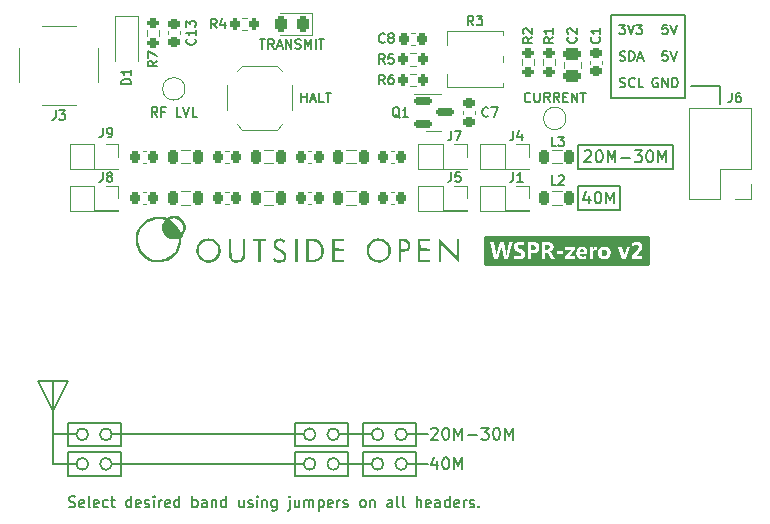
<source format=gbr>
%TF.GenerationSoftware,KiCad,Pcbnew,7.0.9*%
%TF.CreationDate,2024-04-30T18:34:20-07:00*%
%TF.ProjectId,WSPRzero,57535052-7a65-4726-9f2e-6b696361645f,rev?*%
%TF.SameCoordinates,Original*%
%TF.FileFunction,Legend,Top*%
%TF.FilePolarity,Positive*%
%FSLAX46Y46*%
G04 Gerber Fmt 4.6, Leading zero omitted, Abs format (unit mm)*
G04 Created by KiCad (PCBNEW 7.0.9) date 2024-04-30 18:34:20*
%MOMM*%
%LPD*%
G01*
G04 APERTURE LIST*
G04 Aperture macros list*
%AMRoundRect*
0 Rectangle with rounded corners*
0 $1 Rounding radius*
0 $2 $3 $4 $5 $6 $7 $8 $9 X,Y pos of 4 corners*
0 Add a 4 corners polygon primitive as box body*
4,1,4,$2,$3,$4,$5,$6,$7,$8,$9,$2,$3,0*
0 Add four circle primitives for the rounded corners*
1,1,$1+$1,$2,$3*
1,1,$1+$1,$4,$5*
1,1,$1+$1,$6,$7*
1,1,$1+$1,$8,$9*
0 Add four rect primitives between the rounded corners*
20,1,$1+$1,$2,$3,$4,$5,0*
20,1,$1+$1,$4,$5,$6,$7,0*
20,1,$1+$1,$6,$7,$8,$9,0*
20,1,$1+$1,$8,$9,$2,$3,0*%
G04 Aperture macros list end*
%ADD10C,0.150000*%
%ADD11C,0.180000*%
%ADD12C,0.400000*%
%ADD13C,0.300000*%
%ADD14C,0.120000*%
%ADD15C,5.600000*%
%ADD16RoundRect,0.218750X0.218750X0.381250X-0.218750X0.381250X-0.218750X-0.381250X0.218750X-0.381250X0*%
%ADD17RoundRect,0.200000X0.275000X-0.200000X0.275000X0.200000X-0.275000X0.200000X-0.275000X-0.200000X0*%
%ADD18R,1.350000X1.350000*%
%ADD19O,1.350000X1.350000*%
%ADD20RoundRect,0.225000X-0.250000X0.225000X-0.250000X-0.225000X0.250000X-0.225000X0.250000X0.225000X0*%
%ADD21C,0.787400*%
%ADD22RoundRect,0.225000X0.225000X0.250000X-0.225000X0.250000X-0.225000X-0.250000X0.225000X-0.250000X0*%
%ADD23RoundRect,0.200000X-0.200000X-0.275000X0.200000X-0.275000X0.200000X0.275000X-0.200000X0.275000X0*%
%ADD24C,1.500000*%
%ADD25C,2.050000*%
%ADD26C,2.250000*%
%ADD27RoundRect,0.200000X-0.275000X0.200000X-0.275000X-0.200000X0.275000X-0.200000X0.275000X0.200000X0*%
%ADD28RoundRect,0.225000X0.250000X-0.225000X0.250000X0.225000X-0.250000X0.225000X-0.250000X-0.225000X0*%
%ADD29RoundRect,0.150000X-0.587500X-0.150000X0.587500X-0.150000X0.587500X0.150000X-0.587500X0.150000X0*%
%ADD30R,1.100000X1.100000*%
%ADD31R,2.000000X1.300000*%
%ADD32R,2.000000X2.000000*%
%ADD33RoundRect,0.243750X0.243750X0.456250X-0.243750X0.456250X-0.243750X-0.456250X0.243750X-0.456250X0*%
%ADD34RoundRect,0.200000X0.200000X0.275000X-0.200000X0.275000X-0.200000X-0.275000X0.200000X-0.275000X0*%
%ADD35R,1.700000X1.700000*%
%ADD36O,1.700000X1.700000*%
%ADD37RoundRect,0.250000X-0.475000X0.250000X-0.475000X-0.250000X0.475000X-0.250000X0.475000X0.250000X0*%
%ADD38R,1.800000X1.100000*%
G04 APERTURE END LIST*
D10*
X84500000Y-92500001D02*
G75*
G03*
X84500000Y-92500001I-500000J0D01*
G01*
X84500000Y-94999999D02*
X85250000Y-94999999D01*
X82500000Y-94999999D02*
G75*
G03*
X82500000Y-94999999I-500000J0D01*
G01*
X84500000Y-94999999D02*
G75*
G03*
X84500000Y-94999999I-500000J0D01*
G01*
X82500000Y-92500000D02*
G75*
G03*
X82500000Y-92500000I-500000J0D01*
G01*
X81500000Y-94999999D02*
X80750000Y-94999999D01*
X84500000Y-92500000D02*
X85250000Y-92500000D01*
X81500000Y-92500001D02*
X80750000Y-92500001D01*
X80750000Y-91499999D02*
X85250000Y-91499999D01*
X85250000Y-93500000D01*
X80750000Y-93500000D01*
X80750000Y-91499999D01*
X80750000Y-94000000D02*
X85250000Y-94000000D01*
X85250000Y-95999999D01*
X80750000Y-95999999D01*
X80750000Y-94000000D01*
X78750000Y-92500001D02*
G75*
G03*
X78750000Y-92500001I-500000J0D01*
G01*
X78750000Y-94999999D02*
X79500000Y-94999999D01*
X76750000Y-94999999D02*
G75*
G03*
X76750000Y-94999999I-500000J0D01*
G01*
X78750000Y-94999999D02*
G75*
G03*
X78750000Y-94999999I-500000J0D01*
G01*
X76750000Y-92500000D02*
G75*
G03*
X76750000Y-92500000I-500000J0D01*
G01*
X75750000Y-94999999D02*
X75000000Y-94999999D01*
X78750000Y-92500000D02*
X79500000Y-92500000D01*
X75750000Y-92500001D02*
X75000000Y-92500001D01*
X75000000Y-91499999D02*
X79500000Y-91499999D01*
X79500000Y-93500000D01*
X75000000Y-93500000D01*
X75000000Y-91499999D01*
X75000000Y-94000000D02*
X79500000Y-94000000D01*
X79500000Y-95999999D01*
X75000000Y-95999999D01*
X75000000Y-94000000D01*
X55750000Y-94000000D02*
X60250000Y-94000000D01*
X60250000Y-95999999D01*
X55750000Y-95999999D01*
X55750000Y-94000000D01*
X55750000Y-91499999D02*
X60250000Y-91499999D01*
X60250000Y-93500000D01*
X55750000Y-93500000D01*
X55750000Y-91499999D01*
X108500000Y-63000000D02*
X111000000Y-63000000D01*
X53250000Y-87999999D02*
X54500000Y-90499999D01*
X99000000Y-68000000D02*
X107000000Y-68000000D01*
X107000000Y-70000000D01*
X99000000Y-70000000D01*
X99000000Y-68000000D01*
X59500000Y-92500000D02*
X60250000Y-92500000D01*
X60250000Y-92500000D02*
X75000000Y-92500002D01*
X56500000Y-92500001D02*
X55750000Y-92500001D01*
X54500000Y-90499999D02*
X55750000Y-87999999D01*
X54500000Y-90499999D02*
X54500000Y-87999999D01*
X55750000Y-94999999D02*
X54500000Y-94999999D01*
D11*
X101750000Y-57000000D02*
X108000000Y-57000000D01*
X108000000Y-64000000D01*
X101750000Y-64000000D01*
X101750000Y-57000000D01*
D10*
X59500000Y-94999999D02*
X60250000Y-94999999D01*
X57500000Y-94999999D02*
G75*
G03*
X57500000Y-94999999I-500000J0D01*
G01*
X86250000Y-92500001D02*
X85250001Y-92500000D01*
X99000000Y-71500000D02*
X102550000Y-71500000D01*
X102550000Y-73500000D01*
X99000000Y-73500000D01*
X99000000Y-71500000D01*
X111000000Y-64500000D02*
X111000000Y-63000000D01*
D12*
X91150000Y-75850000D02*
X104800000Y-75850000D01*
X104800000Y-78000000D01*
X91150000Y-78000000D01*
X91150000Y-75850000D01*
D10*
X55750000Y-87999999D02*
X53250000Y-87999999D01*
X56500000Y-94999999D02*
X55750000Y-94999999D01*
X86250000Y-95000000D02*
X85000000Y-95000000D01*
X79500000Y-92500001D02*
X80750001Y-92500001D01*
X59500000Y-94999999D02*
G75*
G03*
X59500000Y-94999999I-500000J0D01*
G01*
X79500000Y-95000000D02*
X80750001Y-94999999D01*
X57500000Y-92500000D02*
G75*
G03*
X57500000Y-92500000I-500000J0D01*
G01*
X55750000Y-92500001D02*
X54500000Y-92500000D01*
X59500000Y-92500001D02*
G75*
G03*
X59500000Y-92500001I-500000J0D01*
G01*
X75000000Y-95000000D02*
X60250000Y-94999999D01*
X54500000Y-90499999D02*
X54500000Y-94999999D01*
X105722744Y-62350390D02*
X105646554Y-62312295D01*
X105646554Y-62312295D02*
X105532268Y-62312295D01*
X105532268Y-62312295D02*
X105417982Y-62350390D01*
X105417982Y-62350390D02*
X105341792Y-62426580D01*
X105341792Y-62426580D02*
X105303697Y-62502771D01*
X105303697Y-62502771D02*
X105265601Y-62655152D01*
X105265601Y-62655152D02*
X105265601Y-62769438D01*
X105265601Y-62769438D02*
X105303697Y-62921819D01*
X105303697Y-62921819D02*
X105341792Y-62998009D01*
X105341792Y-62998009D02*
X105417982Y-63074200D01*
X105417982Y-63074200D02*
X105532268Y-63112295D01*
X105532268Y-63112295D02*
X105608459Y-63112295D01*
X105608459Y-63112295D02*
X105722744Y-63074200D01*
X105722744Y-63074200D02*
X105760840Y-63036104D01*
X105760840Y-63036104D02*
X105760840Y-62769438D01*
X105760840Y-62769438D02*
X105608459Y-62769438D01*
X106103697Y-63112295D02*
X106103697Y-62312295D01*
X106103697Y-62312295D02*
X106560840Y-63112295D01*
X106560840Y-63112295D02*
X106560840Y-62312295D01*
X106941792Y-63112295D02*
X106941792Y-62312295D01*
X106941792Y-62312295D02*
X107132268Y-62312295D01*
X107132268Y-62312295D02*
X107246554Y-62350390D01*
X107246554Y-62350390D02*
X107322744Y-62426580D01*
X107322744Y-62426580D02*
X107360839Y-62502771D01*
X107360839Y-62502771D02*
X107398935Y-62655152D01*
X107398935Y-62655152D02*
X107398935Y-62769438D01*
X107398935Y-62769438D02*
X107360839Y-62921819D01*
X107360839Y-62921819D02*
X107322744Y-62998009D01*
X107322744Y-62998009D02*
X107246554Y-63074200D01*
X107246554Y-63074200D02*
X107132268Y-63112295D01*
X107132268Y-63112295D02*
X106941792Y-63112295D01*
X102501064Y-60824200D02*
X102615350Y-60862295D01*
X102615350Y-60862295D02*
X102805826Y-60862295D01*
X102805826Y-60862295D02*
X102882017Y-60824200D01*
X102882017Y-60824200D02*
X102920112Y-60786104D01*
X102920112Y-60786104D02*
X102958207Y-60709914D01*
X102958207Y-60709914D02*
X102958207Y-60633723D01*
X102958207Y-60633723D02*
X102920112Y-60557533D01*
X102920112Y-60557533D02*
X102882017Y-60519438D01*
X102882017Y-60519438D02*
X102805826Y-60481342D01*
X102805826Y-60481342D02*
X102653445Y-60443247D01*
X102653445Y-60443247D02*
X102577255Y-60405152D01*
X102577255Y-60405152D02*
X102539160Y-60367057D01*
X102539160Y-60367057D02*
X102501064Y-60290866D01*
X102501064Y-60290866D02*
X102501064Y-60214676D01*
X102501064Y-60214676D02*
X102539160Y-60138485D01*
X102539160Y-60138485D02*
X102577255Y-60100390D01*
X102577255Y-60100390D02*
X102653445Y-60062295D01*
X102653445Y-60062295D02*
X102843922Y-60062295D01*
X102843922Y-60062295D02*
X102958207Y-60100390D01*
X103301065Y-60862295D02*
X103301065Y-60062295D01*
X103301065Y-60062295D02*
X103491541Y-60062295D01*
X103491541Y-60062295D02*
X103605827Y-60100390D01*
X103605827Y-60100390D02*
X103682017Y-60176580D01*
X103682017Y-60176580D02*
X103720112Y-60252771D01*
X103720112Y-60252771D02*
X103758208Y-60405152D01*
X103758208Y-60405152D02*
X103758208Y-60519438D01*
X103758208Y-60519438D02*
X103720112Y-60671819D01*
X103720112Y-60671819D02*
X103682017Y-60748009D01*
X103682017Y-60748009D02*
X103605827Y-60824200D01*
X103605827Y-60824200D02*
X103491541Y-60862295D01*
X103491541Y-60862295D02*
X103301065Y-60862295D01*
X104062969Y-60633723D02*
X104443922Y-60633723D01*
X103986779Y-60862295D02*
X104253446Y-60062295D01*
X104253446Y-60062295D02*
X104520112Y-60862295D01*
X63359524Y-65612295D02*
X63092857Y-65231342D01*
X62902381Y-65612295D02*
X62902381Y-64812295D01*
X62902381Y-64812295D02*
X63207143Y-64812295D01*
X63207143Y-64812295D02*
X63283333Y-64850390D01*
X63283333Y-64850390D02*
X63321428Y-64888485D01*
X63321428Y-64888485D02*
X63359524Y-64964676D01*
X63359524Y-64964676D02*
X63359524Y-65078961D01*
X63359524Y-65078961D02*
X63321428Y-65155152D01*
X63321428Y-65155152D02*
X63283333Y-65193247D01*
X63283333Y-65193247D02*
X63207143Y-65231342D01*
X63207143Y-65231342D02*
X62902381Y-65231342D01*
X63969047Y-65193247D02*
X63702381Y-65193247D01*
X63702381Y-65612295D02*
X63702381Y-64812295D01*
X63702381Y-64812295D02*
X64083333Y-64812295D01*
X65378571Y-65612295D02*
X64997619Y-65612295D01*
X64997619Y-65612295D02*
X64997619Y-64812295D01*
X65530952Y-64812295D02*
X65797619Y-65612295D01*
X65797619Y-65612295D02*
X66064285Y-64812295D01*
X66711904Y-65612295D02*
X66330952Y-65612295D01*
X66330952Y-65612295D02*
X66330952Y-64812295D01*
X86539160Y-92050058D02*
X86586779Y-92002439D01*
X86586779Y-92002439D02*
X86682017Y-91954820D01*
X86682017Y-91954820D02*
X86920112Y-91954820D01*
X86920112Y-91954820D02*
X87015350Y-92002439D01*
X87015350Y-92002439D02*
X87062969Y-92050058D01*
X87062969Y-92050058D02*
X87110588Y-92145296D01*
X87110588Y-92145296D02*
X87110588Y-92240534D01*
X87110588Y-92240534D02*
X87062969Y-92383391D01*
X87062969Y-92383391D02*
X86491541Y-92954820D01*
X86491541Y-92954820D02*
X87110588Y-92954820D01*
X87729636Y-91954820D02*
X87824874Y-91954820D01*
X87824874Y-91954820D02*
X87920112Y-92002439D01*
X87920112Y-92002439D02*
X87967731Y-92050058D01*
X87967731Y-92050058D02*
X88015350Y-92145296D01*
X88015350Y-92145296D02*
X88062969Y-92335772D01*
X88062969Y-92335772D02*
X88062969Y-92573867D01*
X88062969Y-92573867D02*
X88015350Y-92764343D01*
X88015350Y-92764343D02*
X87967731Y-92859581D01*
X87967731Y-92859581D02*
X87920112Y-92907201D01*
X87920112Y-92907201D02*
X87824874Y-92954820D01*
X87824874Y-92954820D02*
X87729636Y-92954820D01*
X87729636Y-92954820D02*
X87634398Y-92907201D01*
X87634398Y-92907201D02*
X87586779Y-92859581D01*
X87586779Y-92859581D02*
X87539160Y-92764343D01*
X87539160Y-92764343D02*
X87491541Y-92573867D01*
X87491541Y-92573867D02*
X87491541Y-92335772D01*
X87491541Y-92335772D02*
X87539160Y-92145296D01*
X87539160Y-92145296D02*
X87586779Y-92050058D01*
X87586779Y-92050058D02*
X87634398Y-92002439D01*
X87634398Y-92002439D02*
X87729636Y-91954820D01*
X88491541Y-92954820D02*
X88491541Y-91954820D01*
X88491541Y-91954820D02*
X88824874Y-92669105D01*
X88824874Y-92669105D02*
X89158207Y-91954820D01*
X89158207Y-91954820D02*
X89158207Y-92954820D01*
X89634398Y-92573867D02*
X90396303Y-92573867D01*
X90777255Y-91954820D02*
X91396302Y-91954820D01*
X91396302Y-91954820D02*
X91062969Y-92335772D01*
X91062969Y-92335772D02*
X91205826Y-92335772D01*
X91205826Y-92335772D02*
X91301064Y-92383391D01*
X91301064Y-92383391D02*
X91348683Y-92431010D01*
X91348683Y-92431010D02*
X91396302Y-92526248D01*
X91396302Y-92526248D02*
X91396302Y-92764343D01*
X91396302Y-92764343D02*
X91348683Y-92859581D01*
X91348683Y-92859581D02*
X91301064Y-92907201D01*
X91301064Y-92907201D02*
X91205826Y-92954820D01*
X91205826Y-92954820D02*
X90920112Y-92954820D01*
X90920112Y-92954820D02*
X90824874Y-92907201D01*
X90824874Y-92907201D02*
X90777255Y-92859581D01*
X92015350Y-91954820D02*
X92110588Y-91954820D01*
X92110588Y-91954820D02*
X92205826Y-92002439D01*
X92205826Y-92002439D02*
X92253445Y-92050058D01*
X92253445Y-92050058D02*
X92301064Y-92145296D01*
X92301064Y-92145296D02*
X92348683Y-92335772D01*
X92348683Y-92335772D02*
X92348683Y-92573867D01*
X92348683Y-92573867D02*
X92301064Y-92764343D01*
X92301064Y-92764343D02*
X92253445Y-92859581D01*
X92253445Y-92859581D02*
X92205826Y-92907201D01*
X92205826Y-92907201D02*
X92110588Y-92954820D01*
X92110588Y-92954820D02*
X92015350Y-92954820D01*
X92015350Y-92954820D02*
X91920112Y-92907201D01*
X91920112Y-92907201D02*
X91872493Y-92859581D01*
X91872493Y-92859581D02*
X91824874Y-92764343D01*
X91824874Y-92764343D02*
X91777255Y-92573867D01*
X91777255Y-92573867D02*
X91777255Y-92335772D01*
X91777255Y-92335772D02*
X91824874Y-92145296D01*
X91824874Y-92145296D02*
X91872493Y-92050058D01*
X91872493Y-92050058D02*
X91920112Y-92002439D01*
X91920112Y-92002439D02*
X92015350Y-91954820D01*
X92777255Y-92954820D02*
X92777255Y-91954820D01*
X92777255Y-91954820D02*
X93110588Y-92669105D01*
X93110588Y-92669105D02*
X93443921Y-91954820D01*
X93443921Y-91954820D02*
X93443921Y-92954820D01*
X55871426Y-98615699D02*
X55999998Y-98658556D01*
X55999998Y-98658556D02*
X56214283Y-98658556D01*
X56214283Y-98658556D02*
X56299998Y-98615699D01*
X56299998Y-98615699D02*
X56342855Y-98572841D01*
X56342855Y-98572841D02*
X56385712Y-98487127D01*
X56385712Y-98487127D02*
X56385712Y-98401413D01*
X56385712Y-98401413D02*
X56342855Y-98315699D01*
X56342855Y-98315699D02*
X56299998Y-98272841D01*
X56299998Y-98272841D02*
X56214283Y-98229984D01*
X56214283Y-98229984D02*
X56042855Y-98187127D01*
X56042855Y-98187127D02*
X55957140Y-98144270D01*
X55957140Y-98144270D02*
X55914283Y-98101413D01*
X55914283Y-98101413D02*
X55871426Y-98015699D01*
X55871426Y-98015699D02*
X55871426Y-97929984D01*
X55871426Y-97929984D02*
X55914283Y-97844270D01*
X55914283Y-97844270D02*
X55957140Y-97801413D01*
X55957140Y-97801413D02*
X56042855Y-97758556D01*
X56042855Y-97758556D02*
X56257140Y-97758556D01*
X56257140Y-97758556D02*
X56385712Y-97801413D01*
X57114283Y-98615699D02*
X57028569Y-98658556D01*
X57028569Y-98658556D02*
X56857141Y-98658556D01*
X56857141Y-98658556D02*
X56771426Y-98615699D01*
X56771426Y-98615699D02*
X56728569Y-98529984D01*
X56728569Y-98529984D02*
X56728569Y-98187127D01*
X56728569Y-98187127D02*
X56771426Y-98101413D01*
X56771426Y-98101413D02*
X56857141Y-98058556D01*
X56857141Y-98058556D02*
X57028569Y-98058556D01*
X57028569Y-98058556D02*
X57114283Y-98101413D01*
X57114283Y-98101413D02*
X57157141Y-98187127D01*
X57157141Y-98187127D02*
X57157141Y-98272841D01*
X57157141Y-98272841D02*
X56728569Y-98358556D01*
X57671427Y-98658556D02*
X57585712Y-98615699D01*
X57585712Y-98615699D02*
X57542855Y-98529984D01*
X57542855Y-98529984D02*
X57542855Y-97758556D01*
X58357141Y-98615699D02*
X58271427Y-98658556D01*
X58271427Y-98658556D02*
X58099999Y-98658556D01*
X58099999Y-98658556D02*
X58014284Y-98615699D01*
X58014284Y-98615699D02*
X57971427Y-98529984D01*
X57971427Y-98529984D02*
X57971427Y-98187127D01*
X57971427Y-98187127D02*
X58014284Y-98101413D01*
X58014284Y-98101413D02*
X58099999Y-98058556D01*
X58099999Y-98058556D02*
X58271427Y-98058556D01*
X58271427Y-98058556D02*
X58357141Y-98101413D01*
X58357141Y-98101413D02*
X58399999Y-98187127D01*
X58399999Y-98187127D02*
X58399999Y-98272841D01*
X58399999Y-98272841D02*
X57971427Y-98358556D01*
X59171428Y-98615699D02*
X59085713Y-98658556D01*
X59085713Y-98658556D02*
X58914285Y-98658556D01*
X58914285Y-98658556D02*
X58828570Y-98615699D01*
X58828570Y-98615699D02*
X58785713Y-98572841D01*
X58785713Y-98572841D02*
X58742856Y-98487127D01*
X58742856Y-98487127D02*
X58742856Y-98229984D01*
X58742856Y-98229984D02*
X58785713Y-98144270D01*
X58785713Y-98144270D02*
X58828570Y-98101413D01*
X58828570Y-98101413D02*
X58914285Y-98058556D01*
X58914285Y-98058556D02*
X59085713Y-98058556D01*
X59085713Y-98058556D02*
X59171428Y-98101413D01*
X59428571Y-98058556D02*
X59771428Y-98058556D01*
X59557142Y-97758556D02*
X59557142Y-98529984D01*
X59557142Y-98529984D02*
X59599999Y-98615699D01*
X59599999Y-98615699D02*
X59685714Y-98658556D01*
X59685714Y-98658556D02*
X59771428Y-98658556D01*
X61142857Y-98658556D02*
X61142857Y-97758556D01*
X61142857Y-98615699D02*
X61057142Y-98658556D01*
X61057142Y-98658556D02*
X60885714Y-98658556D01*
X60885714Y-98658556D02*
X60799999Y-98615699D01*
X60799999Y-98615699D02*
X60757142Y-98572841D01*
X60757142Y-98572841D02*
X60714285Y-98487127D01*
X60714285Y-98487127D02*
X60714285Y-98229984D01*
X60714285Y-98229984D02*
X60757142Y-98144270D01*
X60757142Y-98144270D02*
X60799999Y-98101413D01*
X60799999Y-98101413D02*
X60885714Y-98058556D01*
X60885714Y-98058556D02*
X61057142Y-98058556D01*
X61057142Y-98058556D02*
X61142857Y-98101413D01*
X61914285Y-98615699D02*
X61828571Y-98658556D01*
X61828571Y-98658556D02*
X61657143Y-98658556D01*
X61657143Y-98658556D02*
X61571428Y-98615699D01*
X61571428Y-98615699D02*
X61528571Y-98529984D01*
X61528571Y-98529984D02*
X61528571Y-98187127D01*
X61528571Y-98187127D02*
X61571428Y-98101413D01*
X61571428Y-98101413D02*
X61657143Y-98058556D01*
X61657143Y-98058556D02*
X61828571Y-98058556D01*
X61828571Y-98058556D02*
X61914285Y-98101413D01*
X61914285Y-98101413D02*
X61957143Y-98187127D01*
X61957143Y-98187127D02*
X61957143Y-98272841D01*
X61957143Y-98272841D02*
X61528571Y-98358556D01*
X62300000Y-98615699D02*
X62385714Y-98658556D01*
X62385714Y-98658556D02*
X62557143Y-98658556D01*
X62557143Y-98658556D02*
X62642857Y-98615699D01*
X62642857Y-98615699D02*
X62685714Y-98529984D01*
X62685714Y-98529984D02*
X62685714Y-98487127D01*
X62685714Y-98487127D02*
X62642857Y-98401413D01*
X62642857Y-98401413D02*
X62557143Y-98358556D01*
X62557143Y-98358556D02*
X62428572Y-98358556D01*
X62428572Y-98358556D02*
X62342857Y-98315699D01*
X62342857Y-98315699D02*
X62300000Y-98229984D01*
X62300000Y-98229984D02*
X62300000Y-98187127D01*
X62300000Y-98187127D02*
X62342857Y-98101413D01*
X62342857Y-98101413D02*
X62428572Y-98058556D01*
X62428572Y-98058556D02*
X62557143Y-98058556D01*
X62557143Y-98058556D02*
X62642857Y-98101413D01*
X63071428Y-98658556D02*
X63071428Y-98058556D01*
X63071428Y-97758556D02*
X63028571Y-97801413D01*
X63028571Y-97801413D02*
X63071428Y-97844270D01*
X63071428Y-97844270D02*
X63114285Y-97801413D01*
X63114285Y-97801413D02*
X63071428Y-97758556D01*
X63071428Y-97758556D02*
X63071428Y-97844270D01*
X63499999Y-98658556D02*
X63499999Y-98058556D01*
X63499999Y-98229984D02*
X63542856Y-98144270D01*
X63542856Y-98144270D02*
X63585714Y-98101413D01*
X63585714Y-98101413D02*
X63671428Y-98058556D01*
X63671428Y-98058556D02*
X63757142Y-98058556D01*
X64399999Y-98615699D02*
X64314285Y-98658556D01*
X64314285Y-98658556D02*
X64142857Y-98658556D01*
X64142857Y-98658556D02*
X64057142Y-98615699D01*
X64057142Y-98615699D02*
X64014285Y-98529984D01*
X64014285Y-98529984D02*
X64014285Y-98187127D01*
X64014285Y-98187127D02*
X64057142Y-98101413D01*
X64057142Y-98101413D02*
X64142857Y-98058556D01*
X64142857Y-98058556D02*
X64314285Y-98058556D01*
X64314285Y-98058556D02*
X64399999Y-98101413D01*
X64399999Y-98101413D02*
X64442857Y-98187127D01*
X64442857Y-98187127D02*
X64442857Y-98272841D01*
X64442857Y-98272841D02*
X64014285Y-98358556D01*
X65214286Y-98658556D02*
X65214286Y-97758556D01*
X65214286Y-98615699D02*
X65128571Y-98658556D01*
X65128571Y-98658556D02*
X64957143Y-98658556D01*
X64957143Y-98658556D02*
X64871428Y-98615699D01*
X64871428Y-98615699D02*
X64828571Y-98572841D01*
X64828571Y-98572841D02*
X64785714Y-98487127D01*
X64785714Y-98487127D02*
X64785714Y-98229984D01*
X64785714Y-98229984D02*
X64828571Y-98144270D01*
X64828571Y-98144270D02*
X64871428Y-98101413D01*
X64871428Y-98101413D02*
X64957143Y-98058556D01*
X64957143Y-98058556D02*
X65128571Y-98058556D01*
X65128571Y-98058556D02*
X65214286Y-98101413D01*
X66328571Y-98658556D02*
X66328571Y-97758556D01*
X66328571Y-98101413D02*
X66414286Y-98058556D01*
X66414286Y-98058556D02*
X66585714Y-98058556D01*
X66585714Y-98058556D02*
X66671428Y-98101413D01*
X66671428Y-98101413D02*
X66714286Y-98144270D01*
X66714286Y-98144270D02*
X66757143Y-98229984D01*
X66757143Y-98229984D02*
X66757143Y-98487127D01*
X66757143Y-98487127D02*
X66714286Y-98572841D01*
X66714286Y-98572841D02*
X66671428Y-98615699D01*
X66671428Y-98615699D02*
X66585714Y-98658556D01*
X66585714Y-98658556D02*
X66414286Y-98658556D01*
X66414286Y-98658556D02*
X66328571Y-98615699D01*
X67528572Y-98658556D02*
X67528572Y-98187127D01*
X67528572Y-98187127D02*
X67485714Y-98101413D01*
X67485714Y-98101413D02*
X67400000Y-98058556D01*
X67400000Y-98058556D02*
X67228572Y-98058556D01*
X67228572Y-98058556D02*
X67142857Y-98101413D01*
X67528572Y-98615699D02*
X67442857Y-98658556D01*
X67442857Y-98658556D02*
X67228572Y-98658556D01*
X67228572Y-98658556D02*
X67142857Y-98615699D01*
X67142857Y-98615699D02*
X67100000Y-98529984D01*
X67100000Y-98529984D02*
X67100000Y-98444270D01*
X67100000Y-98444270D02*
X67142857Y-98358556D01*
X67142857Y-98358556D02*
X67228572Y-98315699D01*
X67228572Y-98315699D02*
X67442857Y-98315699D01*
X67442857Y-98315699D02*
X67528572Y-98272841D01*
X67957143Y-98058556D02*
X67957143Y-98658556D01*
X67957143Y-98144270D02*
X68000000Y-98101413D01*
X68000000Y-98101413D02*
X68085715Y-98058556D01*
X68085715Y-98058556D02*
X68214286Y-98058556D01*
X68214286Y-98058556D02*
X68300000Y-98101413D01*
X68300000Y-98101413D02*
X68342858Y-98187127D01*
X68342858Y-98187127D02*
X68342858Y-98658556D01*
X69157144Y-98658556D02*
X69157144Y-97758556D01*
X69157144Y-98615699D02*
X69071429Y-98658556D01*
X69071429Y-98658556D02*
X68900001Y-98658556D01*
X68900001Y-98658556D02*
X68814286Y-98615699D01*
X68814286Y-98615699D02*
X68771429Y-98572841D01*
X68771429Y-98572841D02*
X68728572Y-98487127D01*
X68728572Y-98487127D02*
X68728572Y-98229984D01*
X68728572Y-98229984D02*
X68771429Y-98144270D01*
X68771429Y-98144270D02*
X68814286Y-98101413D01*
X68814286Y-98101413D02*
X68900001Y-98058556D01*
X68900001Y-98058556D02*
X69071429Y-98058556D01*
X69071429Y-98058556D02*
X69157144Y-98101413D01*
X70657144Y-98058556D02*
X70657144Y-98658556D01*
X70271429Y-98058556D02*
X70271429Y-98529984D01*
X70271429Y-98529984D02*
X70314286Y-98615699D01*
X70314286Y-98615699D02*
X70400001Y-98658556D01*
X70400001Y-98658556D02*
X70528572Y-98658556D01*
X70528572Y-98658556D02*
X70614286Y-98615699D01*
X70614286Y-98615699D02*
X70657144Y-98572841D01*
X71042858Y-98615699D02*
X71128572Y-98658556D01*
X71128572Y-98658556D02*
X71300001Y-98658556D01*
X71300001Y-98658556D02*
X71385715Y-98615699D01*
X71385715Y-98615699D02*
X71428572Y-98529984D01*
X71428572Y-98529984D02*
X71428572Y-98487127D01*
X71428572Y-98487127D02*
X71385715Y-98401413D01*
X71385715Y-98401413D02*
X71300001Y-98358556D01*
X71300001Y-98358556D02*
X71171430Y-98358556D01*
X71171430Y-98358556D02*
X71085715Y-98315699D01*
X71085715Y-98315699D02*
X71042858Y-98229984D01*
X71042858Y-98229984D02*
X71042858Y-98187127D01*
X71042858Y-98187127D02*
X71085715Y-98101413D01*
X71085715Y-98101413D02*
X71171430Y-98058556D01*
X71171430Y-98058556D02*
X71300001Y-98058556D01*
X71300001Y-98058556D02*
X71385715Y-98101413D01*
X71814286Y-98658556D02*
X71814286Y-98058556D01*
X71814286Y-97758556D02*
X71771429Y-97801413D01*
X71771429Y-97801413D02*
X71814286Y-97844270D01*
X71814286Y-97844270D02*
X71857143Y-97801413D01*
X71857143Y-97801413D02*
X71814286Y-97758556D01*
X71814286Y-97758556D02*
X71814286Y-97844270D01*
X72242857Y-98058556D02*
X72242857Y-98658556D01*
X72242857Y-98144270D02*
X72285714Y-98101413D01*
X72285714Y-98101413D02*
X72371429Y-98058556D01*
X72371429Y-98058556D02*
X72500000Y-98058556D01*
X72500000Y-98058556D02*
X72585714Y-98101413D01*
X72585714Y-98101413D02*
X72628572Y-98187127D01*
X72628572Y-98187127D02*
X72628572Y-98658556D01*
X73442858Y-98058556D02*
X73442858Y-98787127D01*
X73442858Y-98787127D02*
X73400000Y-98872841D01*
X73400000Y-98872841D02*
X73357143Y-98915699D01*
X73357143Y-98915699D02*
X73271429Y-98958556D01*
X73271429Y-98958556D02*
X73142858Y-98958556D01*
X73142858Y-98958556D02*
X73057143Y-98915699D01*
X73442858Y-98615699D02*
X73357143Y-98658556D01*
X73357143Y-98658556D02*
X73185715Y-98658556D01*
X73185715Y-98658556D02*
X73100000Y-98615699D01*
X73100000Y-98615699D02*
X73057143Y-98572841D01*
X73057143Y-98572841D02*
X73014286Y-98487127D01*
X73014286Y-98487127D02*
X73014286Y-98229984D01*
X73014286Y-98229984D02*
X73057143Y-98144270D01*
X73057143Y-98144270D02*
X73100000Y-98101413D01*
X73100000Y-98101413D02*
X73185715Y-98058556D01*
X73185715Y-98058556D02*
X73357143Y-98058556D01*
X73357143Y-98058556D02*
X73442858Y-98101413D01*
X74557143Y-98058556D02*
X74557143Y-98829984D01*
X74557143Y-98829984D02*
X74514286Y-98915699D01*
X74514286Y-98915699D02*
X74428572Y-98958556D01*
X74428572Y-98958556D02*
X74385715Y-98958556D01*
X74557143Y-97758556D02*
X74514286Y-97801413D01*
X74514286Y-97801413D02*
X74557143Y-97844270D01*
X74557143Y-97844270D02*
X74600000Y-97801413D01*
X74600000Y-97801413D02*
X74557143Y-97758556D01*
X74557143Y-97758556D02*
X74557143Y-97844270D01*
X75371429Y-98058556D02*
X75371429Y-98658556D01*
X74985714Y-98058556D02*
X74985714Y-98529984D01*
X74985714Y-98529984D02*
X75028571Y-98615699D01*
X75028571Y-98615699D02*
X75114286Y-98658556D01*
X75114286Y-98658556D02*
X75242857Y-98658556D01*
X75242857Y-98658556D02*
X75328571Y-98615699D01*
X75328571Y-98615699D02*
X75371429Y-98572841D01*
X75800000Y-98658556D02*
X75800000Y-98058556D01*
X75800000Y-98144270D02*
X75842857Y-98101413D01*
X75842857Y-98101413D02*
X75928572Y-98058556D01*
X75928572Y-98058556D02*
X76057143Y-98058556D01*
X76057143Y-98058556D02*
X76142857Y-98101413D01*
X76142857Y-98101413D02*
X76185715Y-98187127D01*
X76185715Y-98187127D02*
X76185715Y-98658556D01*
X76185715Y-98187127D02*
X76228572Y-98101413D01*
X76228572Y-98101413D02*
X76314286Y-98058556D01*
X76314286Y-98058556D02*
X76442857Y-98058556D01*
X76442857Y-98058556D02*
X76528572Y-98101413D01*
X76528572Y-98101413D02*
X76571429Y-98187127D01*
X76571429Y-98187127D02*
X76571429Y-98658556D01*
X77000000Y-98058556D02*
X77000000Y-98958556D01*
X77000000Y-98101413D02*
X77085715Y-98058556D01*
X77085715Y-98058556D02*
X77257143Y-98058556D01*
X77257143Y-98058556D02*
X77342857Y-98101413D01*
X77342857Y-98101413D02*
X77385715Y-98144270D01*
X77385715Y-98144270D02*
X77428572Y-98229984D01*
X77428572Y-98229984D02*
X77428572Y-98487127D01*
X77428572Y-98487127D02*
X77385715Y-98572841D01*
X77385715Y-98572841D02*
X77342857Y-98615699D01*
X77342857Y-98615699D02*
X77257143Y-98658556D01*
X77257143Y-98658556D02*
X77085715Y-98658556D01*
X77085715Y-98658556D02*
X77000000Y-98615699D01*
X78157143Y-98615699D02*
X78071429Y-98658556D01*
X78071429Y-98658556D02*
X77900001Y-98658556D01*
X77900001Y-98658556D02*
X77814286Y-98615699D01*
X77814286Y-98615699D02*
X77771429Y-98529984D01*
X77771429Y-98529984D02*
X77771429Y-98187127D01*
X77771429Y-98187127D02*
X77814286Y-98101413D01*
X77814286Y-98101413D02*
X77900001Y-98058556D01*
X77900001Y-98058556D02*
X78071429Y-98058556D01*
X78071429Y-98058556D02*
X78157143Y-98101413D01*
X78157143Y-98101413D02*
X78200001Y-98187127D01*
X78200001Y-98187127D02*
X78200001Y-98272841D01*
X78200001Y-98272841D02*
X77771429Y-98358556D01*
X78585715Y-98658556D02*
X78585715Y-98058556D01*
X78585715Y-98229984D02*
X78628572Y-98144270D01*
X78628572Y-98144270D02*
X78671430Y-98101413D01*
X78671430Y-98101413D02*
X78757144Y-98058556D01*
X78757144Y-98058556D02*
X78842858Y-98058556D01*
X79100001Y-98615699D02*
X79185715Y-98658556D01*
X79185715Y-98658556D02*
X79357144Y-98658556D01*
X79357144Y-98658556D02*
X79442858Y-98615699D01*
X79442858Y-98615699D02*
X79485715Y-98529984D01*
X79485715Y-98529984D02*
X79485715Y-98487127D01*
X79485715Y-98487127D02*
X79442858Y-98401413D01*
X79442858Y-98401413D02*
X79357144Y-98358556D01*
X79357144Y-98358556D02*
X79228573Y-98358556D01*
X79228573Y-98358556D02*
X79142858Y-98315699D01*
X79142858Y-98315699D02*
X79100001Y-98229984D01*
X79100001Y-98229984D02*
X79100001Y-98187127D01*
X79100001Y-98187127D02*
X79142858Y-98101413D01*
X79142858Y-98101413D02*
X79228573Y-98058556D01*
X79228573Y-98058556D02*
X79357144Y-98058556D01*
X79357144Y-98058556D02*
X79442858Y-98101413D01*
X80685715Y-98658556D02*
X80600000Y-98615699D01*
X80600000Y-98615699D02*
X80557143Y-98572841D01*
X80557143Y-98572841D02*
X80514286Y-98487127D01*
X80514286Y-98487127D02*
X80514286Y-98229984D01*
X80514286Y-98229984D02*
X80557143Y-98144270D01*
X80557143Y-98144270D02*
X80600000Y-98101413D01*
X80600000Y-98101413D02*
X80685715Y-98058556D01*
X80685715Y-98058556D02*
X80814286Y-98058556D01*
X80814286Y-98058556D02*
X80900000Y-98101413D01*
X80900000Y-98101413D02*
X80942858Y-98144270D01*
X80942858Y-98144270D02*
X80985715Y-98229984D01*
X80985715Y-98229984D02*
X80985715Y-98487127D01*
X80985715Y-98487127D02*
X80942858Y-98572841D01*
X80942858Y-98572841D02*
X80900000Y-98615699D01*
X80900000Y-98615699D02*
X80814286Y-98658556D01*
X80814286Y-98658556D02*
X80685715Y-98658556D01*
X81371429Y-98058556D02*
X81371429Y-98658556D01*
X81371429Y-98144270D02*
X81414286Y-98101413D01*
X81414286Y-98101413D02*
X81500001Y-98058556D01*
X81500001Y-98058556D02*
X81628572Y-98058556D01*
X81628572Y-98058556D02*
X81714286Y-98101413D01*
X81714286Y-98101413D02*
X81757144Y-98187127D01*
X81757144Y-98187127D02*
X81757144Y-98658556D01*
X83257144Y-98658556D02*
X83257144Y-98187127D01*
X83257144Y-98187127D02*
X83214286Y-98101413D01*
X83214286Y-98101413D02*
X83128572Y-98058556D01*
X83128572Y-98058556D02*
X82957144Y-98058556D01*
X82957144Y-98058556D02*
X82871429Y-98101413D01*
X83257144Y-98615699D02*
X83171429Y-98658556D01*
X83171429Y-98658556D02*
X82957144Y-98658556D01*
X82957144Y-98658556D02*
X82871429Y-98615699D01*
X82871429Y-98615699D02*
X82828572Y-98529984D01*
X82828572Y-98529984D02*
X82828572Y-98444270D01*
X82828572Y-98444270D02*
X82871429Y-98358556D01*
X82871429Y-98358556D02*
X82957144Y-98315699D01*
X82957144Y-98315699D02*
X83171429Y-98315699D01*
X83171429Y-98315699D02*
X83257144Y-98272841D01*
X83814287Y-98658556D02*
X83728572Y-98615699D01*
X83728572Y-98615699D02*
X83685715Y-98529984D01*
X83685715Y-98529984D02*
X83685715Y-97758556D01*
X84285716Y-98658556D02*
X84200001Y-98615699D01*
X84200001Y-98615699D02*
X84157144Y-98529984D01*
X84157144Y-98529984D02*
X84157144Y-97758556D01*
X85314287Y-98658556D02*
X85314287Y-97758556D01*
X85700002Y-98658556D02*
X85700002Y-98187127D01*
X85700002Y-98187127D02*
X85657144Y-98101413D01*
X85657144Y-98101413D02*
X85571430Y-98058556D01*
X85571430Y-98058556D02*
X85442859Y-98058556D01*
X85442859Y-98058556D02*
X85357144Y-98101413D01*
X85357144Y-98101413D02*
X85314287Y-98144270D01*
X86471430Y-98615699D02*
X86385716Y-98658556D01*
X86385716Y-98658556D02*
X86214288Y-98658556D01*
X86214288Y-98658556D02*
X86128573Y-98615699D01*
X86128573Y-98615699D02*
X86085716Y-98529984D01*
X86085716Y-98529984D02*
X86085716Y-98187127D01*
X86085716Y-98187127D02*
X86128573Y-98101413D01*
X86128573Y-98101413D02*
X86214288Y-98058556D01*
X86214288Y-98058556D02*
X86385716Y-98058556D01*
X86385716Y-98058556D02*
X86471430Y-98101413D01*
X86471430Y-98101413D02*
X86514288Y-98187127D01*
X86514288Y-98187127D02*
X86514288Y-98272841D01*
X86514288Y-98272841D02*
X86085716Y-98358556D01*
X87285717Y-98658556D02*
X87285717Y-98187127D01*
X87285717Y-98187127D02*
X87242859Y-98101413D01*
X87242859Y-98101413D02*
X87157145Y-98058556D01*
X87157145Y-98058556D02*
X86985717Y-98058556D01*
X86985717Y-98058556D02*
X86900002Y-98101413D01*
X87285717Y-98615699D02*
X87200002Y-98658556D01*
X87200002Y-98658556D02*
X86985717Y-98658556D01*
X86985717Y-98658556D02*
X86900002Y-98615699D01*
X86900002Y-98615699D02*
X86857145Y-98529984D01*
X86857145Y-98529984D02*
X86857145Y-98444270D01*
X86857145Y-98444270D02*
X86900002Y-98358556D01*
X86900002Y-98358556D02*
X86985717Y-98315699D01*
X86985717Y-98315699D02*
X87200002Y-98315699D01*
X87200002Y-98315699D02*
X87285717Y-98272841D01*
X88100003Y-98658556D02*
X88100003Y-97758556D01*
X88100003Y-98615699D02*
X88014288Y-98658556D01*
X88014288Y-98658556D02*
X87842860Y-98658556D01*
X87842860Y-98658556D02*
X87757145Y-98615699D01*
X87757145Y-98615699D02*
X87714288Y-98572841D01*
X87714288Y-98572841D02*
X87671431Y-98487127D01*
X87671431Y-98487127D02*
X87671431Y-98229984D01*
X87671431Y-98229984D02*
X87714288Y-98144270D01*
X87714288Y-98144270D02*
X87757145Y-98101413D01*
X87757145Y-98101413D02*
X87842860Y-98058556D01*
X87842860Y-98058556D02*
X88014288Y-98058556D01*
X88014288Y-98058556D02*
X88100003Y-98101413D01*
X88871431Y-98615699D02*
X88785717Y-98658556D01*
X88785717Y-98658556D02*
X88614289Y-98658556D01*
X88614289Y-98658556D02*
X88528574Y-98615699D01*
X88528574Y-98615699D02*
X88485717Y-98529984D01*
X88485717Y-98529984D02*
X88485717Y-98187127D01*
X88485717Y-98187127D02*
X88528574Y-98101413D01*
X88528574Y-98101413D02*
X88614289Y-98058556D01*
X88614289Y-98058556D02*
X88785717Y-98058556D01*
X88785717Y-98058556D02*
X88871431Y-98101413D01*
X88871431Y-98101413D02*
X88914289Y-98187127D01*
X88914289Y-98187127D02*
X88914289Y-98272841D01*
X88914289Y-98272841D02*
X88485717Y-98358556D01*
X89300003Y-98658556D02*
X89300003Y-98058556D01*
X89300003Y-98229984D02*
X89342860Y-98144270D01*
X89342860Y-98144270D02*
X89385718Y-98101413D01*
X89385718Y-98101413D02*
X89471432Y-98058556D01*
X89471432Y-98058556D02*
X89557146Y-98058556D01*
X89814289Y-98615699D02*
X89900003Y-98658556D01*
X89900003Y-98658556D02*
X90071432Y-98658556D01*
X90071432Y-98658556D02*
X90157146Y-98615699D01*
X90157146Y-98615699D02*
X90200003Y-98529984D01*
X90200003Y-98529984D02*
X90200003Y-98487127D01*
X90200003Y-98487127D02*
X90157146Y-98401413D01*
X90157146Y-98401413D02*
X90071432Y-98358556D01*
X90071432Y-98358556D02*
X89942861Y-98358556D01*
X89942861Y-98358556D02*
X89857146Y-98315699D01*
X89857146Y-98315699D02*
X89814289Y-98229984D01*
X89814289Y-98229984D02*
X89814289Y-98187127D01*
X89814289Y-98187127D02*
X89857146Y-98101413D01*
X89857146Y-98101413D02*
X89942861Y-98058556D01*
X89942861Y-98058556D02*
X90071432Y-98058556D01*
X90071432Y-98058556D02*
X90157146Y-98101413D01*
X90585717Y-98572841D02*
X90628574Y-98615699D01*
X90628574Y-98615699D02*
X90585717Y-98658556D01*
X90585717Y-98658556D02*
X90542860Y-98615699D01*
X90542860Y-98615699D02*
X90585717Y-98572841D01*
X90585717Y-98572841D02*
X90585717Y-98658556D01*
D13*
G36*
X99337555Y-76814003D02*
G01*
X99356962Y-76816659D01*
X99375030Y-76821086D01*
X99391759Y-76827283D01*
X99407151Y-76835252D01*
X99421204Y-76844991D01*
X99433918Y-76856501D01*
X99445294Y-76869782D01*
X99455332Y-76884833D01*
X99464032Y-76901655D01*
X99471393Y-76920248D01*
X99477415Y-76940612D01*
X99482100Y-76962747D01*
X99485446Y-76986652D01*
X99487453Y-77012328D01*
X99488122Y-77039775D01*
X99125324Y-77039775D01*
X99126940Y-77027814D01*
X99129976Y-77010339D01*
X99133744Y-76993425D01*
X99138246Y-76977071D01*
X99143482Y-76961277D01*
X99149450Y-76946044D01*
X99156152Y-76931371D01*
X99163587Y-76917258D01*
X99171756Y-76903706D01*
X99180658Y-76890713D01*
X99190293Y-76878281D01*
X99200469Y-76866636D01*
X99210993Y-76856136D01*
X99221867Y-76846781D01*
X99233089Y-76838572D01*
X99248593Y-76829408D01*
X99264718Y-76822281D01*
X99281462Y-76817190D01*
X99298827Y-76814135D01*
X99316810Y-76813117D01*
X99337555Y-76814003D01*
G37*
G36*
X101228250Y-76859525D02*
G01*
X101253195Y-76862754D01*
X101276420Y-76868135D01*
X101297925Y-76875669D01*
X101317710Y-76885356D01*
X101335774Y-76897195D01*
X101352117Y-76911187D01*
X101366741Y-76927331D01*
X101379644Y-76945628D01*
X101390826Y-76966078D01*
X101400288Y-76988680D01*
X101408030Y-77013435D01*
X101414051Y-77040342D01*
X101416417Y-77054603D01*
X101418352Y-77069402D01*
X101419858Y-77084739D01*
X101420933Y-77100614D01*
X101421578Y-77117028D01*
X101421793Y-77133979D01*
X101421580Y-77151889D01*
X101420939Y-77169231D01*
X101419873Y-77186004D01*
X101418379Y-77202209D01*
X101416459Y-77217845D01*
X101414111Y-77232912D01*
X101411337Y-77247411D01*
X101408137Y-77261341D01*
X101400455Y-77287496D01*
X101391066Y-77311376D01*
X101379971Y-77332982D01*
X101367168Y-77352314D01*
X101352658Y-77369371D01*
X101336442Y-77384154D01*
X101318518Y-77396663D01*
X101298887Y-77406898D01*
X101277549Y-77414858D01*
X101254504Y-77420543D01*
X101229752Y-77423955D01*
X101203293Y-77425092D01*
X101189219Y-77424815D01*
X101162412Y-77422602D01*
X101137391Y-77418175D01*
X101114158Y-77411535D01*
X101092712Y-77402681D01*
X101073053Y-77391614D01*
X101055182Y-77378333D01*
X101039097Y-77362839D01*
X101024800Y-77345131D01*
X101012289Y-77325210D01*
X101001566Y-77303076D01*
X100992631Y-77278728D01*
X100985482Y-77252166D01*
X100982578Y-77238056D01*
X100980120Y-77223391D01*
X100978110Y-77208174D01*
X100976546Y-77192403D01*
X100975429Y-77176079D01*
X100974759Y-77159201D01*
X100974535Y-77141770D01*
X100974594Y-77133375D01*
X100975058Y-77116943D01*
X100975988Y-77100989D01*
X100977383Y-77085515D01*
X100979242Y-77070518D01*
X100981566Y-77056001D01*
X100985924Y-77035122D01*
X100991327Y-77015320D01*
X100997777Y-76996596D01*
X101005272Y-76978948D01*
X101013813Y-76962377D01*
X101023400Y-76946883D01*
X101034033Y-76932467D01*
X101041700Y-76923503D01*
X101053902Y-76911143D01*
X101066945Y-76900084D01*
X101080829Y-76890326D01*
X101095556Y-76881868D01*
X101111123Y-76874712D01*
X101127532Y-76868857D01*
X101144783Y-76864304D01*
X101162875Y-76861051D01*
X101181809Y-76859099D01*
X101201584Y-76858449D01*
X101228250Y-76859525D01*
G37*
G36*
X95150158Y-76473350D02*
G01*
X95164946Y-76474007D01*
X95179249Y-76475102D01*
X95193068Y-76476634D01*
X95219250Y-76481012D01*
X95243493Y-76487142D01*
X95265797Y-76495024D01*
X95286161Y-76504656D01*
X95304585Y-76516040D01*
X95321071Y-76529176D01*
X95335617Y-76544063D01*
X95348223Y-76560701D01*
X95358890Y-76579090D01*
X95367617Y-76599232D01*
X95374405Y-76621124D01*
X95379254Y-76644768D01*
X95382163Y-76670163D01*
X95383133Y-76697310D01*
X95382163Y-76725057D01*
X95379254Y-76751013D01*
X95374405Y-76775180D01*
X95367617Y-76797557D01*
X95358890Y-76818143D01*
X95348223Y-76836940D01*
X95335617Y-76853946D01*
X95321071Y-76869162D01*
X95304585Y-76882588D01*
X95286161Y-76894224D01*
X95265797Y-76904069D01*
X95243493Y-76912125D01*
X95219250Y-76918390D01*
X95193068Y-76922866D01*
X95179249Y-76924432D01*
X95164946Y-76925551D01*
X95150158Y-76926222D01*
X95134884Y-76926446D01*
X95012812Y-76926446D01*
X95012812Y-76473131D01*
X95134884Y-76473131D01*
X95150158Y-76473350D01*
G37*
G36*
X96382846Y-76473841D02*
G01*
X96407366Y-76475970D01*
X96430194Y-76479518D01*
X96451332Y-76484486D01*
X96470778Y-76490873D01*
X96488534Y-76498680D01*
X96504598Y-76507906D01*
X96518972Y-76518551D01*
X96531654Y-76530616D01*
X96542646Y-76544100D01*
X96551946Y-76559003D01*
X96559556Y-76575326D01*
X96565474Y-76593068D01*
X96569702Y-76612230D01*
X96572238Y-76632811D01*
X96573084Y-76654811D01*
X96572844Y-76665548D01*
X96571581Y-76681243D01*
X96569237Y-76696446D01*
X96565811Y-76711158D01*
X96561303Y-76725377D01*
X96555713Y-76739105D01*
X96549041Y-76752341D01*
X96541288Y-76765086D01*
X96532452Y-76777338D01*
X96522534Y-76789099D01*
X96511535Y-76800368D01*
X96503816Y-76807401D01*
X96491661Y-76817100D01*
X96478815Y-76825778D01*
X96465278Y-76833435D01*
X96451050Y-76840072D01*
X96436131Y-76845687D01*
X96420520Y-76850281D01*
X96404218Y-76853854D01*
X96387225Y-76856407D01*
X96369541Y-76857938D01*
X96351165Y-76858449D01*
X96216441Y-76858449D01*
X96216441Y-76473131D01*
X96356636Y-76473131D01*
X96382846Y-76473841D01*
G37*
G36*
X104629801Y-77881558D02*
G01*
X91286764Y-77881558D01*
X91286764Y-76223808D01*
X91493907Y-76223808D01*
X91856364Y-77651750D01*
X92215059Y-77651750D01*
X92449972Y-76735558D01*
X92452922Y-76723499D01*
X92456659Y-76706473D01*
X92460172Y-76688361D01*
X92462659Y-76674066D01*
X92465021Y-76659160D01*
X92467256Y-76643644D01*
X92469364Y-76627519D01*
X92471347Y-76610783D01*
X92473203Y-76593437D01*
X92474933Y-76575481D01*
X92478695Y-76575481D01*
X92478944Y-76580998D01*
X92479865Y-76597350D01*
X92481044Y-76613403D01*
X92482481Y-76629157D01*
X92484177Y-76644613D01*
X92486132Y-76659769D01*
X92488345Y-76674627D01*
X92490816Y-76689186D01*
X92493546Y-76703446D01*
X92496534Y-76717408D01*
X92500921Y-76735558D01*
X92729679Y-77651750D01*
X93074012Y-77651750D01*
X93336273Y-76624354D01*
X93534605Y-76624354D01*
X93534915Y-76641944D01*
X93535845Y-76659210D01*
X93537394Y-76676153D01*
X93539563Y-76692772D01*
X93542352Y-76709067D01*
X93545761Y-76725039D01*
X93549790Y-76740686D01*
X93554438Y-76756010D01*
X93559706Y-76771011D01*
X93565594Y-76785687D01*
X93572101Y-76800040D01*
X93579228Y-76814069D01*
X93586976Y-76827774D01*
X93595342Y-76841156D01*
X93604329Y-76854214D01*
X93613935Y-76866948D01*
X93624172Y-76879356D01*
X93635050Y-76891523D01*
X93646569Y-76903450D01*
X93658729Y-76915135D01*
X93671531Y-76926580D01*
X93684973Y-76937784D01*
X93699057Y-76948748D01*
X93713782Y-76959471D01*
X93729148Y-76969953D01*
X93745155Y-76980194D01*
X93761803Y-76990195D01*
X93779092Y-76999955D01*
X93797023Y-77009474D01*
X93815594Y-77018752D01*
X93834807Y-77027790D01*
X93854661Y-77036587D01*
X93870422Y-77043300D01*
X93885906Y-77049979D01*
X93901112Y-77056625D01*
X93916039Y-77063237D01*
X93930689Y-77069817D01*
X93945061Y-77076363D01*
X93959156Y-77082876D01*
X93972972Y-77089356D01*
X93986495Y-77095852D01*
X93999537Y-77102415D01*
X94012098Y-77109045D01*
X94027123Y-77117425D01*
X94041396Y-77125908D01*
X94054919Y-77134496D01*
X94067690Y-77143187D01*
X94077424Y-77150176D01*
X94088841Y-77159146D01*
X94099423Y-77168375D01*
X94111020Y-77179792D01*
X94121414Y-77191583D01*
X94130607Y-77203747D01*
X94133422Y-77207856D01*
X94140779Y-77220614D01*
X94146502Y-77234019D01*
X94150589Y-77248071D01*
X94153041Y-77262771D01*
X94153859Y-77278119D01*
X94152961Y-77293591D01*
X94150268Y-77308488D01*
X94145780Y-77322809D01*
X94139497Y-77336554D01*
X94137643Y-77339848D01*
X94129052Y-77352498D01*
X94118580Y-77364307D01*
X94107874Y-77373949D01*
X94095729Y-77382948D01*
X94090089Y-77386592D01*
X94078051Y-77393431D01*
X94065004Y-77399673D01*
X94050947Y-77405318D01*
X94035881Y-77410364D01*
X94022554Y-77414113D01*
X94011382Y-77416687D01*
X93996771Y-77419421D01*
X93981442Y-77421618D01*
X93965395Y-77423280D01*
X93948630Y-77424406D01*
X93934702Y-77424921D01*
X93920314Y-77425092D01*
X93907798Y-77424959D01*
X93889055Y-77424262D01*
X93870348Y-77422967D01*
X93851676Y-77421075D01*
X93833041Y-77418585D01*
X93814442Y-77415497D01*
X93795879Y-77411811D01*
X93777353Y-77407528D01*
X93758862Y-77402648D01*
X93740407Y-77397169D01*
X93721988Y-77391094D01*
X93709819Y-77386711D01*
X93691770Y-77379639D01*
X93673967Y-77371969D01*
X93656411Y-77363702D01*
X93639101Y-77354837D01*
X93622038Y-77345375D01*
X93605221Y-77335315D01*
X93588651Y-77324657D01*
X93572327Y-77313401D01*
X93556249Y-77301548D01*
X93540418Y-77289098D01*
X93540418Y-77597210D01*
X93549886Y-77601959D01*
X93564488Y-77608798D01*
X93579570Y-77615294D01*
X93595134Y-77621448D01*
X93611178Y-77627259D01*
X93627704Y-77632728D01*
X93644710Y-77637855D01*
X93662197Y-77642639D01*
X93680165Y-77647081D01*
X93698614Y-77651180D01*
X93717543Y-77654937D01*
X93730409Y-77657296D01*
X93749867Y-77660548D01*
X93769518Y-77663459D01*
X93789361Y-77666027D01*
X93809397Y-77668252D01*
X93829625Y-77670135D01*
X93850045Y-77671676D01*
X93863765Y-77672513D01*
X93877571Y-77673198D01*
X93891462Y-77673730D01*
X93905439Y-77674111D01*
X93919501Y-77674339D01*
X93933649Y-77674415D01*
X93947412Y-77674329D01*
X93967897Y-77673879D01*
X93988189Y-77673043D01*
X94008288Y-77671821D01*
X94028196Y-77670212D01*
X94047911Y-77668218D01*
X94067433Y-77665838D01*
X94086764Y-77663072D01*
X94105902Y-77659920D01*
X94124847Y-77656382D01*
X94143600Y-77652458D01*
X94155942Y-77649645D01*
X94174094Y-77645006D01*
X94191814Y-77639863D01*
X94209101Y-77634216D01*
X94225954Y-77628064D01*
X94242376Y-77621408D01*
X94258364Y-77614248D01*
X94273920Y-77606584D01*
X94289042Y-77598415D01*
X94303732Y-77589742D01*
X94317990Y-77580565D01*
X94327270Y-77574160D01*
X94340730Y-77564106D01*
X94353637Y-77553517D01*
X94365991Y-77542392D01*
X94377792Y-77530732D01*
X94389040Y-77518536D01*
X94399735Y-77505806D01*
X94409877Y-77492539D01*
X94419466Y-77478738D01*
X94428502Y-77464401D01*
X94436985Y-77449529D01*
X94442285Y-77439242D01*
X94449594Y-77423251D01*
X94456134Y-77406588D01*
X94461904Y-77389252D01*
X94466905Y-77371244D01*
X94471136Y-77352564D01*
X94474598Y-77333212D01*
X94477291Y-77313187D01*
X94479214Y-77292490D01*
X94480069Y-77278318D01*
X94480582Y-77263848D01*
X94480753Y-77249079D01*
X94480729Y-77243699D01*
X94480363Y-77227813D01*
X94479559Y-77212307D01*
X94478316Y-77197180D01*
X94476634Y-77182433D01*
X94474513Y-77168066D01*
X94471003Y-77149501D01*
X94466712Y-77131611D01*
X94461642Y-77114396D01*
X94455792Y-77097856D01*
X94449204Y-77081791D01*
X94441922Y-77066181D01*
X94433945Y-77051024D01*
X94425273Y-77036322D01*
X94415908Y-77022073D01*
X94405847Y-77008277D01*
X94395092Y-76994936D01*
X94383642Y-76982048D01*
X94371551Y-76969470D01*
X94358873Y-76957235D01*
X94345607Y-76945343D01*
X94331753Y-76933795D01*
X94317311Y-76922589D01*
X94306094Y-76914410D01*
X94294547Y-76906424D01*
X94282669Y-76898631D01*
X94270460Y-76891031D01*
X94262187Y-76886002D01*
X94249526Y-76878526D01*
X94236565Y-76871132D01*
X94223304Y-76863818D01*
X94209742Y-76856585D01*
X94195879Y-76849433D01*
X94181716Y-76842362D01*
X94167252Y-76835372D01*
X94152488Y-76828463D01*
X94137423Y-76821635D01*
X94122058Y-76814888D01*
X94110818Y-76810056D01*
X94096168Y-76803662D01*
X94081903Y-76797323D01*
X94068022Y-76791040D01*
X94054526Y-76784812D01*
X94041415Y-76778639D01*
X94028689Y-76772522D01*
X94013321Y-76764953D01*
X94010343Y-76763425D01*
X93995862Y-76755764D01*
X93982066Y-76748069D01*
X93968955Y-76740339D01*
X93956527Y-76732575D01*
X93944785Y-76724776D01*
X93931598Y-76715371D01*
X93919560Y-76705710D01*
X93908581Y-76695849D01*
X93898659Y-76685789D01*
X93888421Y-76673800D01*
X93879623Y-76661540D01*
X93875375Y-76654341D01*
X93869305Y-76641183D01*
X93864969Y-76627313D01*
X93862367Y-76612732D01*
X93861500Y-76597439D01*
X93861516Y-76595364D01*
X93862526Y-76581192D01*
X93865603Y-76565742D01*
X93870732Y-76551089D01*
X93877913Y-76537233D01*
X93881108Y-76532255D01*
X93890773Y-76519649D01*
X93900597Y-76509418D01*
X93911698Y-76499933D01*
X93924075Y-76491193D01*
X93925947Y-76489984D01*
X93939783Y-76482007D01*
X93952658Y-76475844D01*
X93966470Y-76470304D01*
X93981220Y-76465386D01*
X93996908Y-76461090D01*
X94002374Y-76459803D01*
X94016365Y-76456950D01*
X94030824Y-76454616D01*
X94045751Y-76452800D01*
X94061145Y-76451503D01*
X94077006Y-76450725D01*
X94093335Y-76450465D01*
X94098140Y-76450488D01*
X94112762Y-76450820D01*
X94127696Y-76451550D01*
X94142943Y-76452679D01*
X94158503Y-76454206D01*
X94174375Y-76456132D01*
X94190532Y-76458336D01*
X94206688Y-76460963D01*
X94220152Y-76463475D01*
X94233616Y-76466282D01*
X94247080Y-76469383D01*
X94260544Y-76472777D01*
X94265961Y-76474217D01*
X94279412Y-76478023D01*
X94292729Y-76482123D01*
X94305912Y-76486517D01*
X94318962Y-76491205D01*
X94331878Y-76496187D01*
X94344661Y-76501463D01*
X94349765Y-76503610D01*
X94364771Y-76510317D01*
X94379321Y-76517422D01*
X94393414Y-76524926D01*
X94407050Y-76532828D01*
X94420230Y-76541128D01*
X94420230Y-76253911D01*
X94411416Y-76250602D01*
X94397999Y-76245846D01*
X94384348Y-76241339D01*
X94370462Y-76237081D01*
X94356342Y-76233071D01*
X94341987Y-76229311D01*
X94327398Y-76225800D01*
X94318346Y-76223808D01*
X94701988Y-76223808D01*
X94701988Y-76473131D01*
X94701988Y-77651750D01*
X95012812Y-77651750D01*
X95012812Y-77175769D01*
X95160872Y-77175769D01*
X95176396Y-77175637D01*
X95191724Y-77175241D01*
X95206855Y-77174580D01*
X95221791Y-77173655D01*
X95236529Y-77172466D01*
X95251072Y-77171013D01*
X95265418Y-77169295D01*
X95279568Y-77167314D01*
X95293521Y-77165068D01*
X95307278Y-77162558D01*
X95320839Y-77159783D01*
X95334203Y-77156744D01*
X95360343Y-77149874D01*
X95385697Y-77141948D01*
X95410266Y-77132964D01*
X95434050Y-77122923D01*
X95457048Y-77111825D01*
X95479261Y-77099671D01*
X95500688Y-77086459D01*
X95521330Y-77072191D01*
X95541187Y-77056865D01*
X95560258Y-77040483D01*
X95578394Y-77023247D01*
X95595360Y-77005361D01*
X95611156Y-76986825D01*
X95625782Y-76967638D01*
X95639238Y-76947802D01*
X95651524Y-76927315D01*
X95662639Y-76906178D01*
X95672585Y-76884390D01*
X95681361Y-76861953D01*
X95688966Y-76838865D01*
X95695402Y-76815127D01*
X95700667Y-76790739D01*
X95704762Y-76765701D01*
X95707687Y-76740013D01*
X95709442Y-76713674D01*
X95710027Y-76686685D01*
X95709518Y-76658207D01*
X95707991Y-76630633D01*
X95705444Y-76603964D01*
X95701880Y-76578198D01*
X95697297Y-76553337D01*
X95691695Y-76529379D01*
X95685075Y-76506326D01*
X95677436Y-76484176D01*
X95668779Y-76462931D01*
X95659104Y-76442590D01*
X95648410Y-76423153D01*
X95636697Y-76404619D01*
X95623966Y-76386990D01*
X95610217Y-76370265D01*
X95595449Y-76354444D01*
X95579663Y-76339527D01*
X95562858Y-76325514D01*
X95545035Y-76312406D01*
X95526193Y-76300201D01*
X95506333Y-76288900D01*
X95485454Y-76278504D01*
X95463557Y-76269011D01*
X95440641Y-76260422D01*
X95416707Y-76252738D01*
X95391754Y-76245957D01*
X95365783Y-76240081D01*
X95338794Y-76235109D01*
X95310786Y-76231041D01*
X95281759Y-76227876D01*
X95251714Y-76225616D01*
X95220651Y-76224260D01*
X95188569Y-76223808D01*
X95905617Y-76223808D01*
X95905617Y-76473131D01*
X95905617Y-77651750D01*
X96216441Y-77651750D01*
X96216441Y-77107772D01*
X96300216Y-77107772D01*
X96310831Y-77108208D01*
X96324498Y-77110144D01*
X96339209Y-77114175D01*
X96353217Y-77120167D01*
X96354753Y-77120953D01*
X96366903Y-77128008D01*
X96378796Y-77136436D01*
X96390433Y-77146236D01*
X96400404Y-77155937D01*
X96408855Y-77164918D01*
X96418684Y-77176277D01*
X96428481Y-77188585D01*
X96436852Y-77199890D01*
X96445198Y-77211893D01*
X96450782Y-77220182D01*
X96459257Y-77233156D01*
X96467852Y-77246777D01*
X96476567Y-77261045D01*
X96483922Y-77273430D01*
X96491360Y-77286265D01*
X96705757Y-77651750D01*
X97062742Y-77651750D01*
X97842707Y-77651750D01*
X98726622Y-77651750D01*
X98726622Y-77425092D01*
X98254403Y-77425092D01*
X98449164Y-77157707D01*
X98826469Y-77157707D01*
X98826597Y-77172853D01*
X98826983Y-77187788D01*
X98827626Y-77202513D01*
X98828525Y-77217028D01*
X98829683Y-77231332D01*
X98831097Y-77245426D01*
X98834696Y-77272984D01*
X98839325Y-77299700D01*
X98844981Y-77325575D01*
X98851667Y-77350610D01*
X98859380Y-77374803D01*
X98868122Y-77398154D01*
X98877893Y-77420665D01*
X98888692Y-77442335D01*
X98900520Y-77463163D01*
X98913376Y-77483151D01*
X98927261Y-77502297D01*
X98942174Y-77520603D01*
X98958115Y-77538067D01*
X98974989Y-77554578D01*
X98992699Y-77570023D01*
X99011246Y-77584404D01*
X99030628Y-77597719D01*
X99050847Y-77609969D01*
X99071901Y-77621154D01*
X99093792Y-77631274D01*
X99116519Y-77640328D01*
X99140082Y-77648317D01*
X99164482Y-77655241D01*
X99189717Y-77661100D01*
X99215789Y-77665893D01*
X99242696Y-77669622D01*
X99256464Y-77671086D01*
X99270440Y-77672285D01*
X99284626Y-77673217D01*
X99299020Y-77673883D01*
X99313624Y-77674282D01*
X99328436Y-77674415D01*
X99355387Y-77674127D01*
X99381699Y-77673264D01*
X99407372Y-77671825D01*
X99432408Y-77669811D01*
X99456804Y-77667222D01*
X99480562Y-77664056D01*
X99503682Y-77660316D01*
X99526163Y-77655999D01*
X99545139Y-77651750D01*
X99944954Y-77651750D01*
X100248939Y-77651750D01*
X100248939Y-77162311D01*
X100248993Y-77154241D01*
X100249229Y-77145666D01*
X100666106Y-77145666D01*
X100666243Y-77160818D01*
X100666656Y-77175770D01*
X100667344Y-77190525D01*
X100668307Y-77205081D01*
X100669545Y-77219438D01*
X100671058Y-77233597D01*
X100674911Y-77261319D01*
X100679863Y-77288247D01*
X100685917Y-77314381D01*
X100693071Y-77339721D01*
X100701325Y-77364267D01*
X100710681Y-77388018D01*
X100721137Y-77410976D01*
X100732693Y-77433139D01*
X100745350Y-77454509D01*
X100759108Y-77475084D01*
X100773966Y-77494866D01*
X100789925Y-77513853D01*
X100806985Y-77532046D01*
X100815893Y-77540805D01*
X100834325Y-77557489D01*
X100853581Y-77573061D01*
X100873659Y-77587520D01*
X100894560Y-77600867D01*
X100916284Y-77613102D01*
X100938831Y-77624225D01*
X100962200Y-77634235D01*
X100986393Y-77643133D01*
X101011408Y-77650919D01*
X101037245Y-77657592D01*
X101063906Y-77663154D01*
X101077545Y-77665517D01*
X101091389Y-77667603D01*
X101105440Y-77669410D01*
X101119696Y-77670939D01*
X101134157Y-77672191D01*
X101148825Y-77673164D01*
X101163698Y-77673859D01*
X101178777Y-77674276D01*
X101194061Y-77674415D01*
X101209579Y-77674272D01*
X101224890Y-77673843D01*
X101239993Y-77673127D01*
X101254889Y-77672124D01*
X101269577Y-77670836D01*
X101284057Y-77669261D01*
X101298329Y-77667399D01*
X101312394Y-77665252D01*
X101326250Y-77662817D01*
X101339900Y-77660097D01*
X101366575Y-77653797D01*
X101392420Y-77646351D01*
X101417433Y-77637760D01*
X101441616Y-77628024D01*
X101464968Y-77617142D01*
X101487490Y-77605115D01*
X101509180Y-77591942D01*
X101530040Y-77577624D01*
X101550069Y-77562160D01*
X101569267Y-77545551D01*
X101587634Y-77527796D01*
X101596491Y-77518507D01*
X101613361Y-77499308D01*
X101629106Y-77479282D01*
X101643726Y-77458428D01*
X101657222Y-77436748D01*
X101669594Y-77414240D01*
X101680840Y-77390904D01*
X101690962Y-77366742D01*
X101699960Y-77341752D01*
X101707832Y-77315935D01*
X101714580Y-77289290D01*
X101720203Y-77261819D01*
X101722593Y-77247773D01*
X101724702Y-77233520D01*
X101726530Y-77219060D01*
X101728076Y-77204393D01*
X101729341Y-77189520D01*
X101730325Y-77174440D01*
X101731028Y-77159153D01*
X101731450Y-77143659D01*
X101731591Y-77127959D01*
X101731454Y-77113417D01*
X101731046Y-77099055D01*
X101729411Y-77070868D01*
X101726686Y-77043398D01*
X101722871Y-77016644D01*
X101717966Y-76990607D01*
X101711972Y-76965286D01*
X101704887Y-76940683D01*
X101696713Y-76916795D01*
X101687448Y-76893625D01*
X101677094Y-76871171D01*
X101665650Y-76849433D01*
X101653115Y-76828412D01*
X101639491Y-76808108D01*
X101624777Y-76788520D01*
X101608973Y-76769649D01*
X101592079Y-76751495D01*
X101583256Y-76742736D01*
X101564992Y-76726052D01*
X101545902Y-76710480D01*
X101525987Y-76696021D01*
X101505246Y-76682674D01*
X101483680Y-76670439D01*
X101461288Y-76659316D01*
X101438071Y-76649306D01*
X101414028Y-76640408D01*
X101389160Y-76632622D01*
X101385960Y-76631791D01*
X102338876Y-76631791D01*
X102687997Y-77651750D01*
X103034040Y-77651750D01*
X103501472Y-77651750D01*
X104409323Y-77651750D01*
X104409323Y-77379761D01*
X103849567Y-77379761D01*
X103849567Y-77373740D01*
X104133377Y-77112730D01*
X104151175Y-77096300D01*
X104168407Y-77079902D01*
X104185075Y-77063535D01*
X104201177Y-77047201D01*
X104216715Y-77030898D01*
X104231688Y-77014627D01*
X104246095Y-76998388D01*
X104259938Y-76982181D01*
X104273215Y-76966005D01*
X104285928Y-76949861D01*
X104298075Y-76933750D01*
X104309658Y-76917670D01*
X104320675Y-76901621D01*
X104331128Y-76885605D01*
X104341015Y-76869620D01*
X104350338Y-76853668D01*
X104359096Y-76837747D01*
X104367288Y-76821858D01*
X104374916Y-76806000D01*
X104381978Y-76790175D01*
X104388476Y-76774381D01*
X104394408Y-76758619D01*
X104399776Y-76742889D01*
X104404578Y-76727191D01*
X104408816Y-76711525D01*
X104412488Y-76695890D01*
X104415596Y-76680287D01*
X104418138Y-76664716D01*
X104420116Y-76649177D01*
X104421528Y-76633670D01*
X104422376Y-76618195D01*
X104422658Y-76602751D01*
X104422193Y-76579984D01*
X104420799Y-76557812D01*
X104418475Y-76536235D01*
X104415221Y-76515253D01*
X104411038Y-76494866D01*
X104405925Y-76475074D01*
X104399882Y-76455876D01*
X104392910Y-76437273D01*
X104385008Y-76419266D01*
X104376176Y-76401853D01*
X104366415Y-76385034D01*
X104355724Y-76368811D01*
X104344103Y-76353183D01*
X104331553Y-76338149D01*
X104318073Y-76323711D01*
X104303663Y-76309867D01*
X104288470Y-76296701D01*
X104272552Y-76284385D01*
X104255910Y-76272918D01*
X104238545Y-76262300D01*
X104220456Y-76252532D01*
X104201642Y-76243613D01*
X104182105Y-76235544D01*
X104161844Y-76228324D01*
X104140858Y-76221953D01*
X104119149Y-76216432D01*
X104096716Y-76211760D01*
X104073559Y-76207938D01*
X104049678Y-76204965D01*
X104025073Y-76202841D01*
X103999744Y-76201567D01*
X103973691Y-76201142D01*
X103959610Y-76201248D01*
X103945619Y-76201566D01*
X103931718Y-76202095D01*
X103917907Y-76202836D01*
X103890556Y-76204952D01*
X103863565Y-76207916D01*
X103836935Y-76211725D01*
X103810666Y-76216382D01*
X103784757Y-76221885D01*
X103759209Y-76228235D01*
X103734022Y-76235432D01*
X103709195Y-76243475D01*
X103684729Y-76252364D01*
X103660624Y-76262101D01*
X103636879Y-76272684D01*
X103613495Y-76284114D01*
X103590471Y-76296390D01*
X103567808Y-76309513D01*
X103567808Y-76586460D01*
X103588171Y-76569992D01*
X103608654Y-76554586D01*
X103629257Y-76540243D01*
X103649981Y-76526962D01*
X103670824Y-76514744D01*
X103691788Y-76503588D01*
X103712872Y-76493495D01*
X103734077Y-76484464D01*
X103755401Y-76476496D01*
X103776846Y-76469590D01*
X103798411Y-76463746D01*
X103820096Y-76458965D01*
X103841901Y-76455247D01*
X103863827Y-76452590D01*
X103885873Y-76450997D01*
X103908039Y-76450465D01*
X103932841Y-76451221D01*
X103956044Y-76453487D01*
X103977646Y-76457264D01*
X103997648Y-76462551D01*
X104016050Y-76469349D01*
X104032852Y-76477658D01*
X104048054Y-76487477D01*
X104061655Y-76498807D01*
X104073656Y-76511648D01*
X104084058Y-76525999D01*
X104092859Y-76541862D01*
X104100059Y-76559234D01*
X104105660Y-76578118D01*
X104109660Y-76598512D01*
X104112061Y-76620417D01*
X104112861Y-76643833D01*
X104112671Y-76654690D01*
X104111675Y-76670850D01*
X104109826Y-76686862D01*
X104107123Y-76702724D01*
X104103567Y-76718437D01*
X104099157Y-76734000D01*
X104093894Y-76749414D01*
X104087777Y-76764679D01*
X104080806Y-76779794D01*
X104072983Y-76794759D01*
X104064305Y-76809576D01*
X104057959Y-76819550D01*
X104047404Y-76835062D01*
X104035604Y-76851233D01*
X104027046Y-76862380D01*
X104017935Y-76873821D01*
X104008271Y-76885555D01*
X103998054Y-76897583D01*
X103987285Y-76909903D01*
X103975962Y-76922517D01*
X103964086Y-76935424D01*
X103951657Y-76948625D01*
X103938676Y-76962118D01*
X103925141Y-76975905D01*
X103911053Y-76989986D01*
X103896413Y-77004359D01*
X103501472Y-77395698D01*
X103501472Y-77651750D01*
X103034040Y-77651750D01*
X103400600Y-76631791D01*
X103083279Y-76631791D01*
X102908206Y-77266432D01*
X102906432Y-77272929D01*
X102901367Y-77292025D01*
X102896687Y-77310530D01*
X102892391Y-77328443D01*
X102888480Y-77345765D01*
X102884954Y-77362496D01*
X102881813Y-77378635D01*
X102879056Y-77394183D01*
X102876684Y-77409139D01*
X102874696Y-77423504D01*
X102872644Y-77441737D01*
X102868883Y-77441737D01*
X102868191Y-77432272D01*
X102866803Y-77417607D01*
X102864993Y-77402382D01*
X102862763Y-77386597D01*
X102860113Y-77370251D01*
X102857041Y-77353345D01*
X102853549Y-77335879D01*
X102849636Y-77317853D01*
X102845303Y-77299266D01*
X102840548Y-77280119D01*
X102835373Y-77260411D01*
X102664061Y-76631791D01*
X102338876Y-76631791D01*
X101385960Y-76631791D01*
X101363467Y-76625949D01*
X101336947Y-76620387D01*
X101323378Y-76618024D01*
X101309603Y-76615938D01*
X101295621Y-76614131D01*
X101281433Y-76612601D01*
X101267038Y-76611350D01*
X101252438Y-76610377D01*
X101237630Y-76609682D01*
X101222617Y-76609265D01*
X101207397Y-76609126D01*
X101191939Y-76609265D01*
X101176681Y-76609682D01*
X101161623Y-76610377D01*
X101146766Y-76611350D01*
X101132110Y-76612601D01*
X101117653Y-76614131D01*
X101103397Y-76615938D01*
X101089342Y-76618024D01*
X101075487Y-76620387D01*
X101061832Y-76623029D01*
X101035123Y-76629146D01*
X101009216Y-76636376D01*
X100984110Y-76644718D01*
X100959805Y-76654172D01*
X100936302Y-76664739D01*
X100913601Y-76676417D01*
X100891701Y-76689208D01*
X100870602Y-76703112D01*
X100850304Y-76718127D01*
X100830808Y-76734255D01*
X100812114Y-76751495D01*
X100794433Y-76769718D01*
X100777893Y-76788797D01*
X100762494Y-76808730D01*
X100748235Y-76829519D01*
X100735117Y-76851162D01*
X100723140Y-76873661D01*
X100712304Y-76897014D01*
X100702608Y-76921222D01*
X100694053Y-76946285D01*
X100686638Y-76972204D01*
X100680364Y-76998977D01*
X100675231Y-77026605D01*
X100673092Y-77040739D01*
X100671239Y-77055088D01*
X100669670Y-77069650D01*
X100668387Y-77084425D01*
X100667389Y-77099415D01*
X100666676Y-77114618D01*
X100666248Y-77130035D01*
X100666141Y-77141770D01*
X100666106Y-77145666D01*
X100249229Y-77145666D01*
X100249429Y-77138421D01*
X100250300Y-77123026D01*
X100251606Y-77108058D01*
X100253348Y-77093515D01*
X100255525Y-77079399D01*
X100259607Y-77059023D01*
X100264669Y-77039607D01*
X100270711Y-77021148D01*
X100277732Y-77003649D01*
X100285733Y-76987108D01*
X100294714Y-76971526D01*
X100304675Y-76956903D01*
X100311812Y-76947726D01*
X100323153Y-76935069D01*
X100335257Y-76923746D01*
X100348125Y-76913754D01*
X100361756Y-76905094D01*
X100376151Y-76897767D01*
X100391309Y-76891772D01*
X100407230Y-76887109D01*
X100423915Y-76883779D01*
X100441363Y-76881781D01*
X100459574Y-76881114D01*
X100477579Y-76881601D01*
X100495007Y-76883062D01*
X100511859Y-76885497D01*
X100528133Y-76888906D01*
X100543830Y-76893288D01*
X100558950Y-76898645D01*
X100573493Y-76904975D01*
X100587459Y-76912280D01*
X100587459Y-76621167D01*
X100585751Y-76620426D01*
X100572649Y-76615899D01*
X100557551Y-76612524D01*
X100543022Y-76610548D01*
X100527025Y-76609420D01*
X100512575Y-76609126D01*
X100489560Y-76609939D01*
X100467449Y-76612379D01*
X100446241Y-76616447D01*
X100425936Y-76622141D01*
X100406533Y-76629462D01*
X100388034Y-76638410D01*
X100370437Y-76648984D01*
X100353743Y-76661186D01*
X100337953Y-76675015D01*
X100323065Y-76690470D01*
X100309080Y-76707552D01*
X100295998Y-76726261D01*
X100283819Y-76746598D01*
X100272543Y-76768560D01*
X100262170Y-76792150D01*
X100252700Y-76817367D01*
X100248939Y-76817367D01*
X100248939Y-76631791D01*
X99944954Y-76631791D01*
X99944954Y-77651750D01*
X99545139Y-77651750D01*
X99548006Y-77651108D01*
X99569210Y-77645640D01*
X99589776Y-77639598D01*
X99609703Y-77632979D01*
X99628992Y-77625786D01*
X99647643Y-77618017D01*
X99665655Y-77609672D01*
X99683028Y-77600752D01*
X99683028Y-77379761D01*
X99667487Y-77387995D01*
X99651639Y-77395698D01*
X99635484Y-77402869D01*
X99619021Y-77409509D01*
X99602252Y-77415619D01*
X99585175Y-77421196D01*
X99567790Y-77426243D01*
X99550099Y-77430759D01*
X99532100Y-77434743D01*
X99513795Y-77438196D01*
X99495182Y-77441118D01*
X99476261Y-77443508D01*
X99457034Y-77445367D01*
X99437499Y-77446695D01*
X99417657Y-77447492D01*
X99397508Y-77447758D01*
X99381820Y-77447559D01*
X99366600Y-77446961D01*
X99351847Y-77445965D01*
X99337562Y-77444571D01*
X99310394Y-77440586D01*
X99285096Y-77435008D01*
X99261667Y-77427837D01*
X99240109Y-77419072D01*
X99220421Y-77408713D01*
X99202602Y-77396760D01*
X99186654Y-77383214D01*
X99172576Y-77368074D01*
X99160368Y-77351340D01*
X99150029Y-77333013D01*
X99141561Y-77313092D01*
X99134962Y-77291577D01*
X99130234Y-77268468D01*
X99127376Y-77243766D01*
X99769881Y-77243766D01*
X99769881Y-77109188D01*
X99769420Y-77080701D01*
X99768038Y-77052967D01*
X99765734Y-77025985D01*
X99762508Y-76999755D01*
X99758360Y-76974279D01*
X99753291Y-76949554D01*
X99747301Y-76925583D01*
X99740389Y-76902364D01*
X99732555Y-76879897D01*
X99723799Y-76858183D01*
X99714122Y-76837222D01*
X99703523Y-76817013D01*
X99692003Y-76797557D01*
X99679561Y-76778853D01*
X99666197Y-76760902D01*
X99651912Y-76743703D01*
X99636826Y-76727407D01*
X99620977Y-76712162D01*
X99604363Y-76697968D01*
X99586986Y-76684826D01*
X99568844Y-76672735D01*
X99549939Y-76661695D01*
X99530269Y-76651707D01*
X99509836Y-76642770D01*
X99488638Y-76634885D01*
X99466676Y-76628051D01*
X99443951Y-76622268D01*
X99420461Y-76617537D01*
X99396207Y-76613857D01*
X99371190Y-76611228D01*
X99345408Y-76609651D01*
X99318862Y-76609126D01*
X99293131Y-76609704D01*
X99267913Y-76611439D01*
X99243208Y-76614330D01*
X99219016Y-76618378D01*
X99195336Y-76623582D01*
X99172170Y-76629943D01*
X99149516Y-76637461D01*
X99127376Y-76646135D01*
X99105748Y-76655965D01*
X99084633Y-76666952D01*
X99064031Y-76679096D01*
X99043942Y-76692396D01*
X99024366Y-76706852D01*
X99005303Y-76722465D01*
X98986753Y-76739235D01*
X98968716Y-76757161D01*
X98959964Y-76766494D01*
X98943294Y-76785776D01*
X98927736Y-76805880D01*
X98913289Y-76826805D01*
X98899954Y-76848552D01*
X98887729Y-76871121D01*
X98876616Y-76894512D01*
X98866614Y-76918724D01*
X98857724Y-76943758D01*
X98849945Y-76969614D01*
X98843277Y-76996292D01*
X98837720Y-77023791D01*
X98835359Y-77037849D01*
X98835078Y-77039775D01*
X98833275Y-77052112D01*
X98831469Y-77066581D01*
X98829941Y-77081255D01*
X98828691Y-77096135D01*
X98827719Y-77111220D01*
X98827024Y-77126510D01*
X98826607Y-77142006D01*
X98826469Y-77157707D01*
X98449164Y-77157707D01*
X98722861Y-76781952D01*
X98722861Y-76631791D01*
X97891947Y-76631791D01*
X97891947Y-76858449D01*
X98337152Y-76858449D01*
X97842707Y-77526734D01*
X97842707Y-77651750D01*
X97062742Y-77651750D01*
X96802184Y-77231017D01*
X96799645Y-77226937D01*
X96791819Y-77214615D01*
X96783680Y-77202169D01*
X96775229Y-77189598D01*
X96766466Y-77176902D01*
X96757390Y-77164082D01*
X96754303Y-77159806D01*
X96744930Y-77147193D01*
X96735389Y-77134905D01*
X96725680Y-77122940D01*
X96715803Y-77111298D01*
X96705757Y-77099980D01*
X96704087Y-77098128D01*
X96693973Y-77087321D01*
X96683691Y-77077037D01*
X96673241Y-77067276D01*
X96662622Y-77058037D01*
X96650020Y-77047920D01*
X96642808Y-77042536D01*
X96630031Y-77034046D01*
X96617058Y-77026742D01*
X96603889Y-77020624D01*
X96590523Y-77015692D01*
X96590523Y-77011797D01*
X96607844Y-77006324D01*
X96624760Y-77000353D01*
X96639842Y-76994443D01*
X97164298Y-76994443D01*
X97164298Y-77221101D01*
X97690544Y-77221101D01*
X97690544Y-76994443D01*
X97164298Y-76994443D01*
X96639842Y-76994443D01*
X96641269Y-76993884D01*
X96657372Y-76986917D01*
X96673069Y-76979453D01*
X96688361Y-76971490D01*
X96703246Y-76963029D01*
X96717725Y-76954070D01*
X96731819Y-76944558D01*
X96745379Y-76934614D01*
X96758405Y-76924238D01*
X96770896Y-76913431D01*
X96782853Y-76902192D01*
X96794276Y-76890522D01*
X96805165Y-76878420D01*
X96815519Y-76865886D01*
X96825318Y-76852943D01*
X96834540Y-76839612D01*
X96843185Y-76825894D01*
X96851252Y-76811789D01*
X96858743Y-76797297D01*
X96865656Y-76782417D01*
X96871993Y-76767149D01*
X96877753Y-76751495D01*
X96882962Y-76735469D01*
X96887476Y-76719090D01*
X96891297Y-76702356D01*
X96894422Y-76685268D01*
X96896853Y-76667826D01*
X96898589Y-76650030D01*
X96899631Y-76631880D01*
X96899979Y-76613375D01*
X96899488Y-76589408D01*
X96898018Y-76566201D01*
X96895567Y-76543756D01*
X96892135Y-76522071D01*
X96887724Y-76501147D01*
X96882331Y-76480983D01*
X96875959Y-76461581D01*
X96868606Y-76442940D01*
X96860272Y-76425059D01*
X96850958Y-76407940D01*
X96840664Y-76391581D01*
X96829389Y-76375983D01*
X96817134Y-76361146D01*
X96803899Y-76347070D01*
X96789683Y-76333754D01*
X96774487Y-76321200D01*
X96758310Y-76309406D01*
X96741153Y-76298374D01*
X96723015Y-76288102D01*
X96703897Y-76278591D01*
X96683799Y-76269841D01*
X96662720Y-76261852D01*
X96640661Y-76254624D01*
X96617622Y-76248156D01*
X96593602Y-76242450D01*
X96568601Y-76237504D01*
X96542621Y-76233319D01*
X96515659Y-76229895D01*
X96487718Y-76227232D01*
X96458796Y-76225330D01*
X96428894Y-76224189D01*
X96398011Y-76223808D01*
X95905617Y-76223808D01*
X95188569Y-76223808D01*
X94701988Y-76223808D01*
X94318346Y-76223808D01*
X94312575Y-76222538D01*
X94297517Y-76219525D01*
X94282225Y-76216761D01*
X94266699Y-76214246D01*
X94256216Y-76212659D01*
X94240132Y-76210471D01*
X94223614Y-76208513D01*
X94206664Y-76206786D01*
X94189281Y-76205288D01*
X94171466Y-76204022D01*
X94153217Y-76202985D01*
X94134536Y-76202179D01*
X94115422Y-76201603D01*
X94095876Y-76201258D01*
X94075896Y-76201142D01*
X94062263Y-76201238D01*
X94041978Y-76201739D01*
X94021891Y-76202670D01*
X94002003Y-76204030D01*
X93982313Y-76205820D01*
X93962821Y-76208039D01*
X93943528Y-76210688D01*
X93924433Y-76213766D01*
X93905537Y-76217274D01*
X93886839Y-76221212D01*
X93868339Y-76225579D01*
X93856164Y-76228697D01*
X93838247Y-76233779D01*
X93820745Y-76239347D01*
X93803658Y-76245400D01*
X93786985Y-76251938D01*
X93770727Y-76258963D01*
X93754884Y-76266472D01*
X93739456Y-76274468D01*
X93724442Y-76282949D01*
X93709843Y-76291915D01*
X93695659Y-76301367D01*
X93686463Y-76307941D01*
X93673124Y-76318217D01*
X93660332Y-76328991D01*
X93648088Y-76340263D01*
X93636390Y-76352033D01*
X93625239Y-76364301D01*
X93614635Y-76377067D01*
X93604578Y-76390332D01*
X93595069Y-76404094D01*
X93586106Y-76418354D01*
X93577690Y-76433112D01*
X93572472Y-76443239D01*
X93565278Y-76458885D01*
X93558840Y-76475079D01*
X93553160Y-76491821D01*
X93548237Y-76509111D01*
X93544072Y-76526949D01*
X93540664Y-76545334D01*
X93538013Y-76564267D01*
X93536120Y-76583748D01*
X93534984Y-76603777D01*
X93534605Y-76624354D01*
X93336273Y-76624354D01*
X93438520Y-76223808D01*
X93124961Y-76223808D01*
X92934501Y-77176831D01*
X92932498Y-77186917D01*
X92929680Y-77202013D01*
X92927085Y-77217072D01*
X92924712Y-77232094D01*
X92922561Y-77247078D01*
X92920632Y-77262025D01*
X92918926Y-77276935D01*
X92917443Y-77291807D01*
X92916181Y-77306642D01*
X92915143Y-77321440D01*
X92914326Y-77336200D01*
X92910565Y-77336200D01*
X92909963Y-77329960D01*
X92908123Y-77311802D01*
X92906229Y-77294484D01*
X92904280Y-77278007D01*
X92902278Y-77262370D01*
X92900221Y-77247573D01*
X92897395Y-77229152D01*
X92894472Y-77212225D01*
X92891454Y-77196791D01*
X92888339Y-77182852D01*
X92662316Y-76223808D01*
X92329609Y-76223808D01*
X92079651Y-77170811D01*
X92076736Y-77182088D01*
X92072655Y-77198797D01*
X92068922Y-77215257D01*
X92065538Y-77231468D01*
X92062503Y-77247430D01*
X92059816Y-77263142D01*
X92057478Y-77278606D01*
X92055488Y-77293821D01*
X92053848Y-77308786D01*
X92052555Y-77323503D01*
X92051612Y-77337971D01*
X92045799Y-77337971D01*
X92045087Y-77325339D01*
X92043914Y-77306998D01*
X92042614Y-77289385D01*
X92041189Y-77272501D01*
X92039637Y-77256346D01*
X92037959Y-77240918D01*
X92036155Y-77226219D01*
X92033553Y-77207753D01*
X92030727Y-77190583D01*
X92027676Y-77174707D01*
X91833454Y-76223808D01*
X91493907Y-76223808D01*
X91286764Y-76223808D01*
X91286764Y-75993999D01*
X104629801Y-75993999D01*
X104629801Y-77881558D01*
G37*
D10*
X75550000Y-64362295D02*
X75550000Y-63562295D01*
X75550000Y-63943247D02*
X76007143Y-63943247D01*
X76007143Y-64362295D02*
X76007143Y-63562295D01*
X76349999Y-64133723D02*
X76730952Y-64133723D01*
X76273809Y-64362295D02*
X76540476Y-63562295D01*
X76540476Y-63562295D02*
X76807142Y-64362295D01*
X77454761Y-64362295D02*
X77073809Y-64362295D01*
X77073809Y-64362295D02*
X77073809Y-63562295D01*
X77607142Y-63562295D02*
X78064285Y-63562295D01*
X77835713Y-64362295D02*
X77835713Y-63562295D01*
X102462969Y-57812295D02*
X102958207Y-57812295D01*
X102958207Y-57812295D02*
X102691541Y-58117057D01*
X102691541Y-58117057D02*
X102805826Y-58117057D01*
X102805826Y-58117057D02*
X102882017Y-58155152D01*
X102882017Y-58155152D02*
X102920112Y-58193247D01*
X102920112Y-58193247D02*
X102958207Y-58269438D01*
X102958207Y-58269438D02*
X102958207Y-58459914D01*
X102958207Y-58459914D02*
X102920112Y-58536104D01*
X102920112Y-58536104D02*
X102882017Y-58574200D01*
X102882017Y-58574200D02*
X102805826Y-58612295D01*
X102805826Y-58612295D02*
X102577255Y-58612295D01*
X102577255Y-58612295D02*
X102501064Y-58574200D01*
X102501064Y-58574200D02*
X102462969Y-58536104D01*
X103186779Y-57812295D02*
X103453446Y-58612295D01*
X103453446Y-58612295D02*
X103720112Y-57812295D01*
X103910588Y-57812295D02*
X104405826Y-57812295D01*
X104405826Y-57812295D02*
X104139160Y-58117057D01*
X104139160Y-58117057D02*
X104253445Y-58117057D01*
X104253445Y-58117057D02*
X104329636Y-58155152D01*
X104329636Y-58155152D02*
X104367731Y-58193247D01*
X104367731Y-58193247D02*
X104405826Y-58269438D01*
X104405826Y-58269438D02*
X104405826Y-58459914D01*
X104405826Y-58459914D02*
X104367731Y-58536104D01*
X104367731Y-58536104D02*
X104329636Y-58574200D01*
X104329636Y-58574200D02*
X104253445Y-58612295D01*
X104253445Y-58612295D02*
X104024874Y-58612295D01*
X104024874Y-58612295D02*
X103948683Y-58574200D01*
X103948683Y-58574200D02*
X103910588Y-58536104D01*
X99523810Y-68550057D02*
X99571429Y-68502438D01*
X99571429Y-68502438D02*
X99666667Y-68454819D01*
X99666667Y-68454819D02*
X99904762Y-68454819D01*
X99904762Y-68454819D02*
X100000000Y-68502438D01*
X100000000Y-68502438D02*
X100047619Y-68550057D01*
X100047619Y-68550057D02*
X100095238Y-68645295D01*
X100095238Y-68645295D02*
X100095238Y-68740533D01*
X100095238Y-68740533D02*
X100047619Y-68883390D01*
X100047619Y-68883390D02*
X99476191Y-69454819D01*
X99476191Y-69454819D02*
X100095238Y-69454819D01*
X100714286Y-68454819D02*
X100809524Y-68454819D01*
X100809524Y-68454819D02*
X100904762Y-68502438D01*
X100904762Y-68502438D02*
X100952381Y-68550057D01*
X100952381Y-68550057D02*
X101000000Y-68645295D01*
X101000000Y-68645295D02*
X101047619Y-68835771D01*
X101047619Y-68835771D02*
X101047619Y-69073866D01*
X101047619Y-69073866D02*
X101000000Y-69264342D01*
X101000000Y-69264342D02*
X100952381Y-69359580D01*
X100952381Y-69359580D02*
X100904762Y-69407200D01*
X100904762Y-69407200D02*
X100809524Y-69454819D01*
X100809524Y-69454819D02*
X100714286Y-69454819D01*
X100714286Y-69454819D02*
X100619048Y-69407200D01*
X100619048Y-69407200D02*
X100571429Y-69359580D01*
X100571429Y-69359580D02*
X100523810Y-69264342D01*
X100523810Y-69264342D02*
X100476191Y-69073866D01*
X100476191Y-69073866D02*
X100476191Y-68835771D01*
X100476191Y-68835771D02*
X100523810Y-68645295D01*
X100523810Y-68645295D02*
X100571429Y-68550057D01*
X100571429Y-68550057D02*
X100619048Y-68502438D01*
X100619048Y-68502438D02*
X100714286Y-68454819D01*
X101476191Y-69454819D02*
X101476191Y-68454819D01*
X101476191Y-68454819D02*
X101809524Y-69169104D01*
X101809524Y-69169104D02*
X102142857Y-68454819D01*
X102142857Y-68454819D02*
X102142857Y-69454819D01*
X102619048Y-69073866D02*
X103380953Y-69073866D01*
X103761905Y-68454819D02*
X104380952Y-68454819D01*
X104380952Y-68454819D02*
X104047619Y-68835771D01*
X104047619Y-68835771D02*
X104190476Y-68835771D01*
X104190476Y-68835771D02*
X104285714Y-68883390D01*
X104285714Y-68883390D02*
X104333333Y-68931009D01*
X104333333Y-68931009D02*
X104380952Y-69026247D01*
X104380952Y-69026247D02*
X104380952Y-69264342D01*
X104380952Y-69264342D02*
X104333333Y-69359580D01*
X104333333Y-69359580D02*
X104285714Y-69407200D01*
X104285714Y-69407200D02*
X104190476Y-69454819D01*
X104190476Y-69454819D02*
X103904762Y-69454819D01*
X103904762Y-69454819D02*
X103809524Y-69407200D01*
X103809524Y-69407200D02*
X103761905Y-69359580D01*
X105000000Y-68454819D02*
X105095238Y-68454819D01*
X105095238Y-68454819D02*
X105190476Y-68502438D01*
X105190476Y-68502438D02*
X105238095Y-68550057D01*
X105238095Y-68550057D02*
X105285714Y-68645295D01*
X105285714Y-68645295D02*
X105333333Y-68835771D01*
X105333333Y-68835771D02*
X105333333Y-69073866D01*
X105333333Y-69073866D02*
X105285714Y-69264342D01*
X105285714Y-69264342D02*
X105238095Y-69359580D01*
X105238095Y-69359580D02*
X105190476Y-69407200D01*
X105190476Y-69407200D02*
X105095238Y-69454819D01*
X105095238Y-69454819D02*
X105000000Y-69454819D01*
X105000000Y-69454819D02*
X104904762Y-69407200D01*
X104904762Y-69407200D02*
X104857143Y-69359580D01*
X104857143Y-69359580D02*
X104809524Y-69264342D01*
X104809524Y-69264342D02*
X104761905Y-69073866D01*
X104761905Y-69073866D02*
X104761905Y-68835771D01*
X104761905Y-68835771D02*
X104809524Y-68645295D01*
X104809524Y-68645295D02*
X104857143Y-68550057D01*
X104857143Y-68550057D02*
X104904762Y-68502438D01*
X104904762Y-68502438D02*
X105000000Y-68454819D01*
X105761905Y-69454819D02*
X105761905Y-68454819D01*
X105761905Y-68454819D02*
X106095238Y-69169104D01*
X106095238Y-69169104D02*
X106428571Y-68454819D01*
X106428571Y-68454819D02*
X106428571Y-69454819D01*
X102501064Y-63074200D02*
X102615350Y-63112295D01*
X102615350Y-63112295D02*
X102805826Y-63112295D01*
X102805826Y-63112295D02*
X102882017Y-63074200D01*
X102882017Y-63074200D02*
X102920112Y-63036104D01*
X102920112Y-63036104D02*
X102958207Y-62959914D01*
X102958207Y-62959914D02*
X102958207Y-62883723D01*
X102958207Y-62883723D02*
X102920112Y-62807533D01*
X102920112Y-62807533D02*
X102882017Y-62769438D01*
X102882017Y-62769438D02*
X102805826Y-62731342D01*
X102805826Y-62731342D02*
X102653445Y-62693247D01*
X102653445Y-62693247D02*
X102577255Y-62655152D01*
X102577255Y-62655152D02*
X102539160Y-62617057D01*
X102539160Y-62617057D02*
X102501064Y-62540866D01*
X102501064Y-62540866D02*
X102501064Y-62464676D01*
X102501064Y-62464676D02*
X102539160Y-62388485D01*
X102539160Y-62388485D02*
X102577255Y-62350390D01*
X102577255Y-62350390D02*
X102653445Y-62312295D01*
X102653445Y-62312295D02*
X102843922Y-62312295D01*
X102843922Y-62312295D02*
X102958207Y-62350390D01*
X103758208Y-63036104D02*
X103720112Y-63074200D01*
X103720112Y-63074200D02*
X103605827Y-63112295D01*
X103605827Y-63112295D02*
X103529636Y-63112295D01*
X103529636Y-63112295D02*
X103415350Y-63074200D01*
X103415350Y-63074200D02*
X103339160Y-62998009D01*
X103339160Y-62998009D02*
X103301065Y-62921819D01*
X103301065Y-62921819D02*
X103262969Y-62769438D01*
X103262969Y-62769438D02*
X103262969Y-62655152D01*
X103262969Y-62655152D02*
X103301065Y-62502771D01*
X103301065Y-62502771D02*
X103339160Y-62426580D01*
X103339160Y-62426580D02*
X103415350Y-62350390D01*
X103415350Y-62350390D02*
X103529636Y-62312295D01*
X103529636Y-62312295D02*
X103605827Y-62312295D01*
X103605827Y-62312295D02*
X103720112Y-62350390D01*
X103720112Y-62350390D02*
X103758208Y-62388485D01*
X104482017Y-63112295D02*
X104101065Y-63112295D01*
X104101065Y-63112295D02*
X104101065Y-62312295D01*
X94942857Y-64286104D02*
X94904761Y-64324200D01*
X94904761Y-64324200D02*
X94790476Y-64362295D01*
X94790476Y-64362295D02*
X94714285Y-64362295D01*
X94714285Y-64362295D02*
X94599999Y-64324200D01*
X94599999Y-64324200D02*
X94523809Y-64248009D01*
X94523809Y-64248009D02*
X94485714Y-64171819D01*
X94485714Y-64171819D02*
X94447618Y-64019438D01*
X94447618Y-64019438D02*
X94447618Y-63905152D01*
X94447618Y-63905152D02*
X94485714Y-63752771D01*
X94485714Y-63752771D02*
X94523809Y-63676580D01*
X94523809Y-63676580D02*
X94599999Y-63600390D01*
X94599999Y-63600390D02*
X94714285Y-63562295D01*
X94714285Y-63562295D02*
X94790476Y-63562295D01*
X94790476Y-63562295D02*
X94904761Y-63600390D01*
X94904761Y-63600390D02*
X94942857Y-63638485D01*
X95285714Y-63562295D02*
X95285714Y-64209914D01*
X95285714Y-64209914D02*
X95323809Y-64286104D01*
X95323809Y-64286104D02*
X95361904Y-64324200D01*
X95361904Y-64324200D02*
X95438095Y-64362295D01*
X95438095Y-64362295D02*
X95590476Y-64362295D01*
X95590476Y-64362295D02*
X95666666Y-64324200D01*
X95666666Y-64324200D02*
X95704761Y-64286104D01*
X95704761Y-64286104D02*
X95742857Y-64209914D01*
X95742857Y-64209914D02*
X95742857Y-63562295D01*
X96580952Y-64362295D02*
X96314285Y-63981342D01*
X96123809Y-64362295D02*
X96123809Y-63562295D01*
X96123809Y-63562295D02*
X96428571Y-63562295D01*
X96428571Y-63562295D02*
X96504761Y-63600390D01*
X96504761Y-63600390D02*
X96542856Y-63638485D01*
X96542856Y-63638485D02*
X96580952Y-63714676D01*
X96580952Y-63714676D02*
X96580952Y-63828961D01*
X96580952Y-63828961D02*
X96542856Y-63905152D01*
X96542856Y-63905152D02*
X96504761Y-63943247D01*
X96504761Y-63943247D02*
X96428571Y-63981342D01*
X96428571Y-63981342D02*
X96123809Y-63981342D01*
X97380952Y-64362295D02*
X97114285Y-63981342D01*
X96923809Y-64362295D02*
X96923809Y-63562295D01*
X96923809Y-63562295D02*
X97228571Y-63562295D01*
X97228571Y-63562295D02*
X97304761Y-63600390D01*
X97304761Y-63600390D02*
X97342856Y-63638485D01*
X97342856Y-63638485D02*
X97380952Y-63714676D01*
X97380952Y-63714676D02*
X97380952Y-63828961D01*
X97380952Y-63828961D02*
X97342856Y-63905152D01*
X97342856Y-63905152D02*
X97304761Y-63943247D01*
X97304761Y-63943247D02*
X97228571Y-63981342D01*
X97228571Y-63981342D02*
X96923809Y-63981342D01*
X97723809Y-63943247D02*
X97990475Y-63943247D01*
X98104761Y-64362295D02*
X97723809Y-64362295D01*
X97723809Y-64362295D02*
X97723809Y-63562295D01*
X97723809Y-63562295D02*
X98104761Y-63562295D01*
X98447619Y-64362295D02*
X98447619Y-63562295D01*
X98447619Y-63562295D02*
X98904762Y-64362295D01*
X98904762Y-64362295D02*
X98904762Y-63562295D01*
X99171428Y-63562295D02*
X99628571Y-63562295D01*
X99399999Y-64362295D02*
X99399999Y-63562295D01*
X106525125Y-60062295D02*
X106144173Y-60062295D01*
X106144173Y-60062295D02*
X106106077Y-60443247D01*
X106106077Y-60443247D02*
X106144173Y-60405152D01*
X106144173Y-60405152D02*
X106220363Y-60367057D01*
X106220363Y-60367057D02*
X106410839Y-60367057D01*
X106410839Y-60367057D02*
X106487030Y-60405152D01*
X106487030Y-60405152D02*
X106525125Y-60443247D01*
X106525125Y-60443247D02*
X106563220Y-60519438D01*
X106563220Y-60519438D02*
X106563220Y-60709914D01*
X106563220Y-60709914D02*
X106525125Y-60786104D01*
X106525125Y-60786104D02*
X106487030Y-60824200D01*
X106487030Y-60824200D02*
X106410839Y-60862295D01*
X106410839Y-60862295D02*
X106220363Y-60862295D01*
X106220363Y-60862295D02*
X106144173Y-60824200D01*
X106144173Y-60824200D02*
X106106077Y-60786104D01*
X106791792Y-60062295D02*
X107058459Y-60862295D01*
X107058459Y-60862295D02*
X107325125Y-60062295D01*
X87015350Y-94788152D02*
X87015350Y-95454819D01*
X86777255Y-94407200D02*
X86539160Y-95121485D01*
X86539160Y-95121485D02*
X87158207Y-95121485D01*
X87729636Y-94454819D02*
X87824874Y-94454819D01*
X87824874Y-94454819D02*
X87920112Y-94502438D01*
X87920112Y-94502438D02*
X87967731Y-94550057D01*
X87967731Y-94550057D02*
X88015350Y-94645295D01*
X88015350Y-94645295D02*
X88062969Y-94835771D01*
X88062969Y-94835771D02*
X88062969Y-95073866D01*
X88062969Y-95073866D02*
X88015350Y-95264342D01*
X88015350Y-95264342D02*
X87967731Y-95359580D01*
X87967731Y-95359580D02*
X87920112Y-95407200D01*
X87920112Y-95407200D02*
X87824874Y-95454819D01*
X87824874Y-95454819D02*
X87729636Y-95454819D01*
X87729636Y-95454819D02*
X87634398Y-95407200D01*
X87634398Y-95407200D02*
X87586779Y-95359580D01*
X87586779Y-95359580D02*
X87539160Y-95264342D01*
X87539160Y-95264342D02*
X87491541Y-95073866D01*
X87491541Y-95073866D02*
X87491541Y-94835771D01*
X87491541Y-94835771D02*
X87539160Y-94645295D01*
X87539160Y-94645295D02*
X87586779Y-94550057D01*
X87586779Y-94550057D02*
X87634398Y-94502438D01*
X87634398Y-94502438D02*
X87729636Y-94454819D01*
X88491541Y-95454819D02*
X88491541Y-94454819D01*
X88491541Y-94454819D02*
X88824874Y-95169104D01*
X88824874Y-95169104D02*
X89158207Y-94454819D01*
X89158207Y-94454819D02*
X89158207Y-95454819D01*
X106525125Y-57812295D02*
X106144173Y-57812295D01*
X106144173Y-57812295D02*
X106106077Y-58193247D01*
X106106077Y-58193247D02*
X106144173Y-58155152D01*
X106144173Y-58155152D02*
X106220363Y-58117057D01*
X106220363Y-58117057D02*
X106410839Y-58117057D01*
X106410839Y-58117057D02*
X106487030Y-58155152D01*
X106487030Y-58155152D02*
X106525125Y-58193247D01*
X106525125Y-58193247D02*
X106563220Y-58269438D01*
X106563220Y-58269438D02*
X106563220Y-58459914D01*
X106563220Y-58459914D02*
X106525125Y-58536104D01*
X106525125Y-58536104D02*
X106487030Y-58574200D01*
X106487030Y-58574200D02*
X106410839Y-58612295D01*
X106410839Y-58612295D02*
X106220363Y-58612295D01*
X106220363Y-58612295D02*
X106144173Y-58574200D01*
X106144173Y-58574200D02*
X106106077Y-58536104D01*
X106791792Y-57812295D02*
X107058459Y-58612295D01*
X107058459Y-58612295D02*
X107325125Y-57812295D01*
X99892857Y-72288152D02*
X99892857Y-72954819D01*
X99654762Y-71907200D02*
X99416667Y-72621485D01*
X99416667Y-72621485D02*
X100035714Y-72621485D01*
X100607143Y-71954819D02*
X100702381Y-71954819D01*
X100702381Y-71954819D02*
X100797619Y-72002438D01*
X100797619Y-72002438D02*
X100845238Y-72050057D01*
X100845238Y-72050057D02*
X100892857Y-72145295D01*
X100892857Y-72145295D02*
X100940476Y-72335771D01*
X100940476Y-72335771D02*
X100940476Y-72573866D01*
X100940476Y-72573866D02*
X100892857Y-72764342D01*
X100892857Y-72764342D02*
X100845238Y-72859580D01*
X100845238Y-72859580D02*
X100797619Y-72907200D01*
X100797619Y-72907200D02*
X100702381Y-72954819D01*
X100702381Y-72954819D02*
X100607143Y-72954819D01*
X100607143Y-72954819D02*
X100511905Y-72907200D01*
X100511905Y-72907200D02*
X100464286Y-72859580D01*
X100464286Y-72859580D02*
X100416667Y-72764342D01*
X100416667Y-72764342D02*
X100369048Y-72573866D01*
X100369048Y-72573866D02*
X100369048Y-72335771D01*
X100369048Y-72335771D02*
X100416667Y-72145295D01*
X100416667Y-72145295D02*
X100464286Y-72050057D01*
X100464286Y-72050057D02*
X100511905Y-72002438D01*
X100511905Y-72002438D02*
X100607143Y-71954819D01*
X101369048Y-72954819D02*
X101369048Y-71954819D01*
X101369048Y-71954819D02*
X101702381Y-72669104D01*
X101702381Y-72669104D02*
X102035714Y-71954819D01*
X102035714Y-71954819D02*
X102035714Y-72954819D01*
X72026190Y-59062295D02*
X72483333Y-59062295D01*
X72254761Y-59862295D02*
X72254761Y-59062295D01*
X73207143Y-59862295D02*
X72940476Y-59481342D01*
X72750000Y-59862295D02*
X72750000Y-59062295D01*
X72750000Y-59062295D02*
X73054762Y-59062295D01*
X73054762Y-59062295D02*
X73130952Y-59100390D01*
X73130952Y-59100390D02*
X73169047Y-59138485D01*
X73169047Y-59138485D02*
X73207143Y-59214676D01*
X73207143Y-59214676D02*
X73207143Y-59328961D01*
X73207143Y-59328961D02*
X73169047Y-59405152D01*
X73169047Y-59405152D02*
X73130952Y-59443247D01*
X73130952Y-59443247D02*
X73054762Y-59481342D01*
X73054762Y-59481342D02*
X72750000Y-59481342D01*
X73511904Y-59633723D02*
X73892857Y-59633723D01*
X73435714Y-59862295D02*
X73702381Y-59062295D01*
X73702381Y-59062295D02*
X73969047Y-59862295D01*
X74235714Y-59862295D02*
X74235714Y-59062295D01*
X74235714Y-59062295D02*
X74692857Y-59862295D01*
X74692857Y-59862295D02*
X74692857Y-59062295D01*
X75035713Y-59824200D02*
X75149999Y-59862295D01*
X75149999Y-59862295D02*
X75340475Y-59862295D01*
X75340475Y-59862295D02*
X75416666Y-59824200D01*
X75416666Y-59824200D02*
X75454761Y-59786104D01*
X75454761Y-59786104D02*
X75492856Y-59709914D01*
X75492856Y-59709914D02*
X75492856Y-59633723D01*
X75492856Y-59633723D02*
X75454761Y-59557533D01*
X75454761Y-59557533D02*
X75416666Y-59519438D01*
X75416666Y-59519438D02*
X75340475Y-59481342D01*
X75340475Y-59481342D02*
X75188094Y-59443247D01*
X75188094Y-59443247D02*
X75111904Y-59405152D01*
X75111904Y-59405152D02*
X75073809Y-59367057D01*
X75073809Y-59367057D02*
X75035713Y-59290866D01*
X75035713Y-59290866D02*
X75035713Y-59214676D01*
X75035713Y-59214676D02*
X75073809Y-59138485D01*
X75073809Y-59138485D02*
X75111904Y-59100390D01*
X75111904Y-59100390D02*
X75188094Y-59062295D01*
X75188094Y-59062295D02*
X75378571Y-59062295D01*
X75378571Y-59062295D02*
X75492856Y-59100390D01*
X75835714Y-59862295D02*
X75835714Y-59062295D01*
X75835714Y-59062295D02*
X76102380Y-59633723D01*
X76102380Y-59633723D02*
X76369047Y-59062295D01*
X76369047Y-59062295D02*
X76369047Y-59862295D01*
X76750000Y-59862295D02*
X76750000Y-59062295D01*
X77016666Y-59062295D02*
X77473809Y-59062295D01*
X77245237Y-59862295D02*
X77245237Y-59062295D01*
X95112295Y-58883332D02*
X94731342Y-59149999D01*
X95112295Y-59340475D02*
X94312295Y-59340475D01*
X94312295Y-59340475D02*
X94312295Y-59035713D01*
X94312295Y-59035713D02*
X94350390Y-58959523D01*
X94350390Y-58959523D02*
X94388485Y-58921428D01*
X94388485Y-58921428D02*
X94464676Y-58883332D01*
X94464676Y-58883332D02*
X94578961Y-58883332D01*
X94578961Y-58883332D02*
X94655152Y-58921428D01*
X94655152Y-58921428D02*
X94693247Y-58959523D01*
X94693247Y-58959523D02*
X94731342Y-59035713D01*
X94731342Y-59035713D02*
X94731342Y-59340475D01*
X94388485Y-58578571D02*
X94350390Y-58540475D01*
X94350390Y-58540475D02*
X94312295Y-58464285D01*
X94312295Y-58464285D02*
X94312295Y-58273809D01*
X94312295Y-58273809D02*
X94350390Y-58197618D01*
X94350390Y-58197618D02*
X94388485Y-58159523D01*
X94388485Y-58159523D02*
X94464676Y-58121428D01*
X94464676Y-58121428D02*
X94540866Y-58121428D01*
X94540866Y-58121428D02*
X94655152Y-58159523D01*
X94655152Y-58159523D02*
X95112295Y-58616666D01*
X95112295Y-58616666D02*
X95112295Y-58121428D01*
X93483333Y-66812295D02*
X93483333Y-67383723D01*
X93483333Y-67383723D02*
X93445238Y-67498009D01*
X93445238Y-67498009D02*
X93369047Y-67574200D01*
X93369047Y-67574200D02*
X93254762Y-67612295D01*
X93254762Y-67612295D02*
X93178571Y-67612295D01*
X94207143Y-67078961D02*
X94207143Y-67612295D01*
X94016667Y-66774200D02*
X93826190Y-67345628D01*
X93826190Y-67345628D02*
X94321429Y-67345628D01*
X100786104Y-58883332D02*
X100824200Y-58921428D01*
X100824200Y-58921428D02*
X100862295Y-59035713D01*
X100862295Y-59035713D02*
X100862295Y-59111904D01*
X100862295Y-59111904D02*
X100824200Y-59226190D01*
X100824200Y-59226190D02*
X100748009Y-59302380D01*
X100748009Y-59302380D02*
X100671819Y-59340475D01*
X100671819Y-59340475D02*
X100519438Y-59378571D01*
X100519438Y-59378571D02*
X100405152Y-59378571D01*
X100405152Y-59378571D02*
X100252771Y-59340475D01*
X100252771Y-59340475D02*
X100176580Y-59302380D01*
X100176580Y-59302380D02*
X100100390Y-59226190D01*
X100100390Y-59226190D02*
X100062295Y-59111904D01*
X100062295Y-59111904D02*
X100062295Y-59035713D01*
X100062295Y-59035713D02*
X100100390Y-58921428D01*
X100100390Y-58921428D02*
X100138485Y-58883332D01*
X100862295Y-58121428D02*
X100862295Y-58578571D01*
X100862295Y-58349999D02*
X100062295Y-58349999D01*
X100062295Y-58349999D02*
X100176580Y-58426190D01*
X100176580Y-58426190D02*
X100252771Y-58502380D01*
X100252771Y-58502380D02*
X100290866Y-58578571D01*
X91366667Y-65536104D02*
X91328571Y-65574200D01*
X91328571Y-65574200D02*
X91214286Y-65612295D01*
X91214286Y-65612295D02*
X91138095Y-65612295D01*
X91138095Y-65612295D02*
X91023809Y-65574200D01*
X91023809Y-65574200D02*
X90947619Y-65498009D01*
X90947619Y-65498009D02*
X90909524Y-65421819D01*
X90909524Y-65421819D02*
X90871428Y-65269438D01*
X90871428Y-65269438D02*
X90871428Y-65155152D01*
X90871428Y-65155152D02*
X90909524Y-65002771D01*
X90909524Y-65002771D02*
X90947619Y-64926580D01*
X90947619Y-64926580D02*
X91023809Y-64850390D01*
X91023809Y-64850390D02*
X91138095Y-64812295D01*
X91138095Y-64812295D02*
X91214286Y-64812295D01*
X91214286Y-64812295D02*
X91328571Y-64850390D01*
X91328571Y-64850390D02*
X91366667Y-64888485D01*
X91633333Y-64812295D02*
X92166667Y-64812295D01*
X92166667Y-64812295D02*
X91823809Y-65612295D01*
X58733333Y-66562295D02*
X58733333Y-67133723D01*
X58733333Y-67133723D02*
X58695238Y-67248009D01*
X58695238Y-67248009D02*
X58619047Y-67324200D01*
X58619047Y-67324200D02*
X58504762Y-67362295D01*
X58504762Y-67362295D02*
X58428571Y-67362295D01*
X59152381Y-67362295D02*
X59304762Y-67362295D01*
X59304762Y-67362295D02*
X59380952Y-67324200D01*
X59380952Y-67324200D02*
X59419048Y-67286104D01*
X59419048Y-67286104D02*
X59495238Y-67171819D01*
X59495238Y-67171819D02*
X59533333Y-67019438D01*
X59533333Y-67019438D02*
X59533333Y-66714676D01*
X59533333Y-66714676D02*
X59495238Y-66638485D01*
X59495238Y-66638485D02*
X59457143Y-66600390D01*
X59457143Y-66600390D02*
X59380952Y-66562295D01*
X59380952Y-66562295D02*
X59228571Y-66562295D01*
X59228571Y-66562295D02*
X59152381Y-66600390D01*
X59152381Y-66600390D02*
X59114286Y-66638485D01*
X59114286Y-66638485D02*
X59076190Y-66714676D01*
X59076190Y-66714676D02*
X59076190Y-66905152D01*
X59076190Y-66905152D02*
X59114286Y-66981342D01*
X59114286Y-66981342D02*
X59152381Y-67019438D01*
X59152381Y-67019438D02*
X59228571Y-67057533D01*
X59228571Y-67057533D02*
X59380952Y-67057533D01*
X59380952Y-67057533D02*
X59457143Y-67019438D01*
X59457143Y-67019438D02*
X59495238Y-66981342D01*
X59495238Y-66981342D02*
X59533333Y-66905152D01*
X82616667Y-62862295D02*
X82350000Y-62481342D01*
X82159524Y-62862295D02*
X82159524Y-62062295D01*
X82159524Y-62062295D02*
X82464286Y-62062295D01*
X82464286Y-62062295D02*
X82540476Y-62100390D01*
X82540476Y-62100390D02*
X82578571Y-62138485D01*
X82578571Y-62138485D02*
X82616667Y-62214676D01*
X82616667Y-62214676D02*
X82616667Y-62328961D01*
X82616667Y-62328961D02*
X82578571Y-62405152D01*
X82578571Y-62405152D02*
X82540476Y-62443247D01*
X82540476Y-62443247D02*
X82464286Y-62481342D01*
X82464286Y-62481342D02*
X82159524Y-62481342D01*
X83302381Y-62062295D02*
X83150000Y-62062295D01*
X83150000Y-62062295D02*
X83073809Y-62100390D01*
X83073809Y-62100390D02*
X83035714Y-62138485D01*
X83035714Y-62138485D02*
X82959524Y-62252771D01*
X82959524Y-62252771D02*
X82921428Y-62405152D01*
X82921428Y-62405152D02*
X82921428Y-62709914D01*
X82921428Y-62709914D02*
X82959524Y-62786104D01*
X82959524Y-62786104D02*
X82997619Y-62824200D01*
X82997619Y-62824200D02*
X83073809Y-62862295D01*
X83073809Y-62862295D02*
X83226190Y-62862295D01*
X83226190Y-62862295D02*
X83302381Y-62824200D01*
X83302381Y-62824200D02*
X83340476Y-62786104D01*
X83340476Y-62786104D02*
X83378571Y-62709914D01*
X83378571Y-62709914D02*
X83378571Y-62519438D01*
X83378571Y-62519438D02*
X83340476Y-62443247D01*
X83340476Y-62443247D02*
X83302381Y-62405152D01*
X83302381Y-62405152D02*
X83226190Y-62367057D01*
X83226190Y-62367057D02*
X83073809Y-62367057D01*
X83073809Y-62367057D02*
X82997619Y-62405152D01*
X82997619Y-62405152D02*
X82959524Y-62443247D01*
X82959524Y-62443247D02*
X82921428Y-62519438D01*
X93483333Y-70312295D02*
X93483333Y-70883723D01*
X93483333Y-70883723D02*
X93445238Y-70998009D01*
X93445238Y-70998009D02*
X93369047Y-71074200D01*
X93369047Y-71074200D02*
X93254762Y-71112295D01*
X93254762Y-71112295D02*
X93178571Y-71112295D01*
X94283333Y-71112295D02*
X93826190Y-71112295D01*
X94054762Y-71112295D02*
X94054762Y-70312295D01*
X94054762Y-70312295D02*
X93978571Y-70426580D01*
X93978571Y-70426580D02*
X93902381Y-70502771D01*
X93902381Y-70502771D02*
X93826190Y-70540866D01*
X88233333Y-66812295D02*
X88233333Y-67383723D01*
X88233333Y-67383723D02*
X88195238Y-67498009D01*
X88195238Y-67498009D02*
X88119047Y-67574200D01*
X88119047Y-67574200D02*
X88004762Y-67612295D01*
X88004762Y-67612295D02*
X87928571Y-67612295D01*
X88538095Y-66812295D02*
X89071429Y-66812295D01*
X89071429Y-66812295D02*
X88728571Y-67612295D01*
X54733333Y-65062295D02*
X54733333Y-65633723D01*
X54733333Y-65633723D02*
X54695238Y-65748009D01*
X54695238Y-65748009D02*
X54619047Y-65824200D01*
X54619047Y-65824200D02*
X54504762Y-65862295D01*
X54504762Y-65862295D02*
X54428571Y-65862295D01*
X55038095Y-65062295D02*
X55533333Y-65062295D01*
X55533333Y-65062295D02*
X55266667Y-65367057D01*
X55266667Y-65367057D02*
X55380952Y-65367057D01*
X55380952Y-65367057D02*
X55457143Y-65405152D01*
X55457143Y-65405152D02*
X55495238Y-65443247D01*
X55495238Y-65443247D02*
X55533333Y-65519438D01*
X55533333Y-65519438D02*
X55533333Y-65709914D01*
X55533333Y-65709914D02*
X55495238Y-65786104D01*
X55495238Y-65786104D02*
X55457143Y-65824200D01*
X55457143Y-65824200D02*
X55380952Y-65862295D01*
X55380952Y-65862295D02*
X55152381Y-65862295D01*
X55152381Y-65862295D02*
X55076190Y-65824200D01*
X55076190Y-65824200D02*
X55038095Y-65786104D01*
X96862295Y-58883332D02*
X96481342Y-59149999D01*
X96862295Y-59340475D02*
X96062295Y-59340475D01*
X96062295Y-59340475D02*
X96062295Y-59035713D01*
X96062295Y-59035713D02*
X96100390Y-58959523D01*
X96100390Y-58959523D02*
X96138485Y-58921428D01*
X96138485Y-58921428D02*
X96214676Y-58883332D01*
X96214676Y-58883332D02*
X96328961Y-58883332D01*
X96328961Y-58883332D02*
X96405152Y-58921428D01*
X96405152Y-58921428D02*
X96443247Y-58959523D01*
X96443247Y-58959523D02*
X96481342Y-59035713D01*
X96481342Y-59035713D02*
X96481342Y-59340475D01*
X96862295Y-58121428D02*
X96862295Y-58578571D01*
X96862295Y-58349999D02*
X96062295Y-58349999D01*
X96062295Y-58349999D02*
X96176580Y-58426190D01*
X96176580Y-58426190D02*
X96252771Y-58502380D01*
X96252771Y-58502380D02*
X96290866Y-58578571D01*
X66536104Y-59014285D02*
X66574200Y-59052381D01*
X66574200Y-59052381D02*
X66612295Y-59166666D01*
X66612295Y-59166666D02*
X66612295Y-59242857D01*
X66612295Y-59242857D02*
X66574200Y-59357143D01*
X66574200Y-59357143D02*
X66498009Y-59433333D01*
X66498009Y-59433333D02*
X66421819Y-59471428D01*
X66421819Y-59471428D02*
X66269438Y-59509524D01*
X66269438Y-59509524D02*
X66155152Y-59509524D01*
X66155152Y-59509524D02*
X66002771Y-59471428D01*
X66002771Y-59471428D02*
X65926580Y-59433333D01*
X65926580Y-59433333D02*
X65850390Y-59357143D01*
X65850390Y-59357143D02*
X65812295Y-59242857D01*
X65812295Y-59242857D02*
X65812295Y-59166666D01*
X65812295Y-59166666D02*
X65850390Y-59052381D01*
X65850390Y-59052381D02*
X65888485Y-59014285D01*
X66612295Y-58252381D02*
X66612295Y-58709524D01*
X66612295Y-58480952D02*
X65812295Y-58480952D01*
X65812295Y-58480952D02*
X65926580Y-58557143D01*
X65926580Y-58557143D02*
X66002771Y-58633333D01*
X66002771Y-58633333D02*
X66040866Y-58709524D01*
X65812295Y-57985714D02*
X65812295Y-57490476D01*
X65812295Y-57490476D02*
X66117057Y-57757142D01*
X66117057Y-57757142D02*
X66117057Y-57642857D01*
X66117057Y-57642857D02*
X66155152Y-57566666D01*
X66155152Y-57566666D02*
X66193247Y-57528571D01*
X66193247Y-57528571D02*
X66269438Y-57490476D01*
X66269438Y-57490476D02*
X66459914Y-57490476D01*
X66459914Y-57490476D02*
X66536104Y-57528571D01*
X66536104Y-57528571D02*
X66574200Y-57566666D01*
X66574200Y-57566666D02*
X66612295Y-57642857D01*
X66612295Y-57642857D02*
X66612295Y-57871428D01*
X66612295Y-57871428D02*
X66574200Y-57947619D01*
X66574200Y-57947619D02*
X66536104Y-57985714D01*
X83861309Y-65688485D02*
X83785119Y-65650390D01*
X83785119Y-65650390D02*
X83708928Y-65574200D01*
X83708928Y-65574200D02*
X83594642Y-65459914D01*
X83594642Y-65459914D02*
X83518452Y-65421819D01*
X83518452Y-65421819D02*
X83442261Y-65421819D01*
X83480357Y-65612295D02*
X83404166Y-65574200D01*
X83404166Y-65574200D02*
X83327976Y-65498009D01*
X83327976Y-65498009D02*
X83289880Y-65345628D01*
X83289880Y-65345628D02*
X83289880Y-65078961D01*
X83289880Y-65078961D02*
X83327976Y-64926580D01*
X83327976Y-64926580D02*
X83404166Y-64850390D01*
X83404166Y-64850390D02*
X83480357Y-64812295D01*
X83480357Y-64812295D02*
X83632738Y-64812295D01*
X83632738Y-64812295D02*
X83708928Y-64850390D01*
X83708928Y-64850390D02*
X83785119Y-64926580D01*
X83785119Y-64926580D02*
X83823214Y-65078961D01*
X83823214Y-65078961D02*
X83823214Y-65345628D01*
X83823214Y-65345628D02*
X83785119Y-65498009D01*
X83785119Y-65498009D02*
X83708928Y-65574200D01*
X83708928Y-65574200D02*
X83632738Y-65612295D01*
X83632738Y-65612295D02*
X83480357Y-65612295D01*
X84585118Y-65612295D02*
X84127975Y-65612295D01*
X84356547Y-65612295D02*
X84356547Y-64812295D01*
X84356547Y-64812295D02*
X84280356Y-64926580D01*
X84280356Y-64926580D02*
X84204166Y-65002771D01*
X84204166Y-65002771D02*
X84127975Y-65040866D01*
X61112295Y-62840475D02*
X60312295Y-62840475D01*
X60312295Y-62840475D02*
X60312295Y-62649999D01*
X60312295Y-62649999D02*
X60350390Y-62535713D01*
X60350390Y-62535713D02*
X60426580Y-62459523D01*
X60426580Y-62459523D02*
X60502771Y-62421428D01*
X60502771Y-62421428D02*
X60655152Y-62383332D01*
X60655152Y-62383332D02*
X60769438Y-62383332D01*
X60769438Y-62383332D02*
X60921819Y-62421428D01*
X60921819Y-62421428D02*
X60998009Y-62459523D01*
X60998009Y-62459523D02*
X61074200Y-62535713D01*
X61074200Y-62535713D02*
X61112295Y-62649999D01*
X61112295Y-62649999D02*
X61112295Y-62840475D01*
X61112295Y-61621428D02*
X61112295Y-62078571D01*
X61112295Y-61849999D02*
X60312295Y-61849999D01*
X60312295Y-61849999D02*
X60426580Y-61926190D01*
X60426580Y-61926190D02*
X60502771Y-62002380D01*
X60502771Y-62002380D02*
X60540866Y-62078571D01*
X82616667Y-59286104D02*
X82578571Y-59324200D01*
X82578571Y-59324200D02*
X82464286Y-59362295D01*
X82464286Y-59362295D02*
X82388095Y-59362295D01*
X82388095Y-59362295D02*
X82273809Y-59324200D01*
X82273809Y-59324200D02*
X82197619Y-59248009D01*
X82197619Y-59248009D02*
X82159524Y-59171819D01*
X82159524Y-59171819D02*
X82121428Y-59019438D01*
X82121428Y-59019438D02*
X82121428Y-58905152D01*
X82121428Y-58905152D02*
X82159524Y-58752771D01*
X82159524Y-58752771D02*
X82197619Y-58676580D01*
X82197619Y-58676580D02*
X82273809Y-58600390D01*
X82273809Y-58600390D02*
X82388095Y-58562295D01*
X82388095Y-58562295D02*
X82464286Y-58562295D01*
X82464286Y-58562295D02*
X82578571Y-58600390D01*
X82578571Y-58600390D02*
X82616667Y-58638485D01*
X83073809Y-58905152D02*
X82997619Y-58867057D01*
X82997619Y-58867057D02*
X82959524Y-58828961D01*
X82959524Y-58828961D02*
X82921428Y-58752771D01*
X82921428Y-58752771D02*
X82921428Y-58714676D01*
X82921428Y-58714676D02*
X82959524Y-58638485D01*
X82959524Y-58638485D02*
X82997619Y-58600390D01*
X82997619Y-58600390D02*
X83073809Y-58562295D01*
X83073809Y-58562295D02*
X83226190Y-58562295D01*
X83226190Y-58562295D02*
X83302381Y-58600390D01*
X83302381Y-58600390D02*
X83340476Y-58638485D01*
X83340476Y-58638485D02*
X83378571Y-58714676D01*
X83378571Y-58714676D02*
X83378571Y-58752771D01*
X83378571Y-58752771D02*
X83340476Y-58828961D01*
X83340476Y-58828961D02*
X83302381Y-58867057D01*
X83302381Y-58867057D02*
X83226190Y-58905152D01*
X83226190Y-58905152D02*
X83073809Y-58905152D01*
X83073809Y-58905152D02*
X82997619Y-58943247D01*
X82997619Y-58943247D02*
X82959524Y-58981342D01*
X82959524Y-58981342D02*
X82921428Y-59057533D01*
X82921428Y-59057533D02*
X82921428Y-59209914D01*
X82921428Y-59209914D02*
X82959524Y-59286104D01*
X82959524Y-59286104D02*
X82997619Y-59324200D01*
X82997619Y-59324200D02*
X83073809Y-59362295D01*
X83073809Y-59362295D02*
X83226190Y-59362295D01*
X83226190Y-59362295D02*
X83302381Y-59324200D01*
X83302381Y-59324200D02*
X83340476Y-59286104D01*
X83340476Y-59286104D02*
X83378571Y-59209914D01*
X83378571Y-59209914D02*
X83378571Y-59057533D01*
X83378571Y-59057533D02*
X83340476Y-58981342D01*
X83340476Y-58981342D02*
X83302381Y-58943247D01*
X83302381Y-58943247D02*
X83226190Y-58905152D01*
X63362295Y-60883332D02*
X62981342Y-61149999D01*
X63362295Y-61340475D02*
X62562295Y-61340475D01*
X62562295Y-61340475D02*
X62562295Y-61035713D01*
X62562295Y-61035713D02*
X62600390Y-60959523D01*
X62600390Y-60959523D02*
X62638485Y-60921428D01*
X62638485Y-60921428D02*
X62714676Y-60883332D01*
X62714676Y-60883332D02*
X62828961Y-60883332D01*
X62828961Y-60883332D02*
X62905152Y-60921428D01*
X62905152Y-60921428D02*
X62943247Y-60959523D01*
X62943247Y-60959523D02*
X62981342Y-61035713D01*
X62981342Y-61035713D02*
X62981342Y-61340475D01*
X62562295Y-60616666D02*
X62562295Y-60083332D01*
X62562295Y-60083332D02*
X63362295Y-60426190D01*
X90116667Y-57862295D02*
X89850000Y-57481342D01*
X89659524Y-57862295D02*
X89659524Y-57062295D01*
X89659524Y-57062295D02*
X89964286Y-57062295D01*
X89964286Y-57062295D02*
X90040476Y-57100390D01*
X90040476Y-57100390D02*
X90078571Y-57138485D01*
X90078571Y-57138485D02*
X90116667Y-57214676D01*
X90116667Y-57214676D02*
X90116667Y-57328961D01*
X90116667Y-57328961D02*
X90078571Y-57405152D01*
X90078571Y-57405152D02*
X90040476Y-57443247D01*
X90040476Y-57443247D02*
X89964286Y-57481342D01*
X89964286Y-57481342D02*
X89659524Y-57481342D01*
X90383333Y-57062295D02*
X90878571Y-57062295D01*
X90878571Y-57062295D02*
X90611905Y-57367057D01*
X90611905Y-57367057D02*
X90726190Y-57367057D01*
X90726190Y-57367057D02*
X90802381Y-57405152D01*
X90802381Y-57405152D02*
X90840476Y-57443247D01*
X90840476Y-57443247D02*
X90878571Y-57519438D01*
X90878571Y-57519438D02*
X90878571Y-57709914D01*
X90878571Y-57709914D02*
X90840476Y-57786104D01*
X90840476Y-57786104D02*
X90802381Y-57824200D01*
X90802381Y-57824200D02*
X90726190Y-57862295D01*
X90726190Y-57862295D02*
X90497619Y-57862295D01*
X90497619Y-57862295D02*
X90421428Y-57824200D01*
X90421428Y-57824200D02*
X90383333Y-57786104D01*
X88233333Y-70312295D02*
X88233333Y-70883723D01*
X88233333Y-70883723D02*
X88195238Y-70998009D01*
X88195238Y-70998009D02*
X88119047Y-71074200D01*
X88119047Y-71074200D02*
X88004762Y-71112295D01*
X88004762Y-71112295D02*
X87928571Y-71112295D01*
X88995238Y-70312295D02*
X88614286Y-70312295D01*
X88614286Y-70312295D02*
X88576190Y-70693247D01*
X88576190Y-70693247D02*
X88614286Y-70655152D01*
X88614286Y-70655152D02*
X88690476Y-70617057D01*
X88690476Y-70617057D02*
X88880952Y-70617057D01*
X88880952Y-70617057D02*
X88957143Y-70655152D01*
X88957143Y-70655152D02*
X88995238Y-70693247D01*
X88995238Y-70693247D02*
X89033333Y-70769438D01*
X89033333Y-70769438D02*
X89033333Y-70959914D01*
X89033333Y-70959914D02*
X88995238Y-71036104D01*
X88995238Y-71036104D02*
X88957143Y-71074200D01*
X88957143Y-71074200D02*
X88880952Y-71112295D01*
X88880952Y-71112295D02*
X88690476Y-71112295D01*
X88690476Y-71112295D02*
X88614286Y-71074200D01*
X88614286Y-71074200D02*
X88576190Y-71036104D01*
X82616667Y-61112295D02*
X82350000Y-60731342D01*
X82159524Y-61112295D02*
X82159524Y-60312295D01*
X82159524Y-60312295D02*
X82464286Y-60312295D01*
X82464286Y-60312295D02*
X82540476Y-60350390D01*
X82540476Y-60350390D02*
X82578571Y-60388485D01*
X82578571Y-60388485D02*
X82616667Y-60464676D01*
X82616667Y-60464676D02*
X82616667Y-60578961D01*
X82616667Y-60578961D02*
X82578571Y-60655152D01*
X82578571Y-60655152D02*
X82540476Y-60693247D01*
X82540476Y-60693247D02*
X82464286Y-60731342D01*
X82464286Y-60731342D02*
X82159524Y-60731342D01*
X83340476Y-60312295D02*
X82959524Y-60312295D01*
X82959524Y-60312295D02*
X82921428Y-60693247D01*
X82921428Y-60693247D02*
X82959524Y-60655152D01*
X82959524Y-60655152D02*
X83035714Y-60617057D01*
X83035714Y-60617057D02*
X83226190Y-60617057D01*
X83226190Y-60617057D02*
X83302381Y-60655152D01*
X83302381Y-60655152D02*
X83340476Y-60693247D01*
X83340476Y-60693247D02*
X83378571Y-60769438D01*
X83378571Y-60769438D02*
X83378571Y-60959914D01*
X83378571Y-60959914D02*
X83340476Y-61036104D01*
X83340476Y-61036104D02*
X83302381Y-61074200D01*
X83302381Y-61074200D02*
X83226190Y-61112295D01*
X83226190Y-61112295D02*
X83035714Y-61112295D01*
X83035714Y-61112295D02*
X82959524Y-61074200D01*
X82959524Y-61074200D02*
X82921428Y-61036104D01*
X97116666Y-71362295D02*
X96735714Y-71362295D01*
X96735714Y-71362295D02*
X96735714Y-70562295D01*
X97345237Y-70638485D02*
X97383333Y-70600390D01*
X97383333Y-70600390D02*
X97459523Y-70562295D01*
X97459523Y-70562295D02*
X97649999Y-70562295D01*
X97649999Y-70562295D02*
X97726190Y-70600390D01*
X97726190Y-70600390D02*
X97764285Y-70638485D01*
X97764285Y-70638485D02*
X97802380Y-70714676D01*
X97802380Y-70714676D02*
X97802380Y-70790866D01*
X97802380Y-70790866D02*
X97764285Y-70905152D01*
X97764285Y-70905152D02*
X97307142Y-71362295D01*
X97307142Y-71362295D02*
X97802380Y-71362295D01*
X68366667Y-58112295D02*
X68100000Y-57731342D01*
X67909524Y-58112295D02*
X67909524Y-57312295D01*
X67909524Y-57312295D02*
X68214286Y-57312295D01*
X68214286Y-57312295D02*
X68290476Y-57350390D01*
X68290476Y-57350390D02*
X68328571Y-57388485D01*
X68328571Y-57388485D02*
X68366667Y-57464676D01*
X68366667Y-57464676D02*
X68366667Y-57578961D01*
X68366667Y-57578961D02*
X68328571Y-57655152D01*
X68328571Y-57655152D02*
X68290476Y-57693247D01*
X68290476Y-57693247D02*
X68214286Y-57731342D01*
X68214286Y-57731342D02*
X67909524Y-57731342D01*
X69052381Y-57578961D02*
X69052381Y-58112295D01*
X68861905Y-57274200D02*
X68671428Y-57845628D01*
X68671428Y-57845628D02*
X69166667Y-57845628D01*
X111983333Y-63562295D02*
X111983333Y-64133723D01*
X111983333Y-64133723D02*
X111945238Y-64248009D01*
X111945238Y-64248009D02*
X111869047Y-64324200D01*
X111869047Y-64324200D02*
X111754762Y-64362295D01*
X111754762Y-64362295D02*
X111678571Y-64362295D01*
X112707143Y-63562295D02*
X112554762Y-63562295D01*
X112554762Y-63562295D02*
X112478571Y-63600390D01*
X112478571Y-63600390D02*
X112440476Y-63638485D01*
X112440476Y-63638485D02*
X112364286Y-63752771D01*
X112364286Y-63752771D02*
X112326190Y-63905152D01*
X112326190Y-63905152D02*
X112326190Y-64209914D01*
X112326190Y-64209914D02*
X112364286Y-64286104D01*
X112364286Y-64286104D02*
X112402381Y-64324200D01*
X112402381Y-64324200D02*
X112478571Y-64362295D01*
X112478571Y-64362295D02*
X112630952Y-64362295D01*
X112630952Y-64362295D02*
X112707143Y-64324200D01*
X112707143Y-64324200D02*
X112745238Y-64286104D01*
X112745238Y-64286104D02*
X112783333Y-64209914D01*
X112783333Y-64209914D02*
X112783333Y-64019438D01*
X112783333Y-64019438D02*
X112745238Y-63943247D01*
X112745238Y-63943247D02*
X112707143Y-63905152D01*
X112707143Y-63905152D02*
X112630952Y-63867057D01*
X112630952Y-63867057D02*
X112478571Y-63867057D01*
X112478571Y-63867057D02*
X112402381Y-63905152D01*
X112402381Y-63905152D02*
X112364286Y-63943247D01*
X112364286Y-63943247D02*
X112326190Y-64019438D01*
X98786104Y-58883332D02*
X98824200Y-58921428D01*
X98824200Y-58921428D02*
X98862295Y-59035713D01*
X98862295Y-59035713D02*
X98862295Y-59111904D01*
X98862295Y-59111904D02*
X98824200Y-59226190D01*
X98824200Y-59226190D02*
X98748009Y-59302380D01*
X98748009Y-59302380D02*
X98671819Y-59340475D01*
X98671819Y-59340475D02*
X98519438Y-59378571D01*
X98519438Y-59378571D02*
X98405152Y-59378571D01*
X98405152Y-59378571D02*
X98252771Y-59340475D01*
X98252771Y-59340475D02*
X98176580Y-59302380D01*
X98176580Y-59302380D02*
X98100390Y-59226190D01*
X98100390Y-59226190D02*
X98062295Y-59111904D01*
X98062295Y-59111904D02*
X98062295Y-59035713D01*
X98062295Y-59035713D02*
X98100390Y-58921428D01*
X98100390Y-58921428D02*
X98138485Y-58883332D01*
X98138485Y-58578571D02*
X98100390Y-58540475D01*
X98100390Y-58540475D02*
X98062295Y-58464285D01*
X98062295Y-58464285D02*
X98062295Y-58273809D01*
X98062295Y-58273809D02*
X98100390Y-58197618D01*
X98100390Y-58197618D02*
X98138485Y-58159523D01*
X98138485Y-58159523D02*
X98214676Y-58121428D01*
X98214676Y-58121428D02*
X98290866Y-58121428D01*
X98290866Y-58121428D02*
X98405152Y-58159523D01*
X98405152Y-58159523D02*
X98862295Y-58616666D01*
X98862295Y-58616666D02*
X98862295Y-58121428D01*
X97116666Y-68112295D02*
X96735714Y-68112295D01*
X96735714Y-68112295D02*
X96735714Y-67312295D01*
X97307142Y-67312295D02*
X97802380Y-67312295D01*
X97802380Y-67312295D02*
X97535714Y-67617057D01*
X97535714Y-67617057D02*
X97649999Y-67617057D01*
X97649999Y-67617057D02*
X97726190Y-67655152D01*
X97726190Y-67655152D02*
X97764285Y-67693247D01*
X97764285Y-67693247D02*
X97802380Y-67769438D01*
X97802380Y-67769438D02*
X97802380Y-67959914D01*
X97802380Y-67959914D02*
X97764285Y-68036104D01*
X97764285Y-68036104D02*
X97726190Y-68074200D01*
X97726190Y-68074200D02*
X97649999Y-68112295D01*
X97649999Y-68112295D02*
X97421428Y-68112295D01*
X97421428Y-68112295D02*
X97345237Y-68074200D01*
X97345237Y-68074200D02*
X97307142Y-68036104D01*
X58733333Y-70312295D02*
X58733333Y-70883723D01*
X58733333Y-70883723D02*
X58695238Y-70998009D01*
X58695238Y-70998009D02*
X58619047Y-71074200D01*
X58619047Y-71074200D02*
X58504762Y-71112295D01*
X58504762Y-71112295D02*
X58428571Y-71112295D01*
X59228571Y-70655152D02*
X59152381Y-70617057D01*
X59152381Y-70617057D02*
X59114286Y-70578961D01*
X59114286Y-70578961D02*
X59076190Y-70502771D01*
X59076190Y-70502771D02*
X59076190Y-70464676D01*
X59076190Y-70464676D02*
X59114286Y-70388485D01*
X59114286Y-70388485D02*
X59152381Y-70350390D01*
X59152381Y-70350390D02*
X59228571Y-70312295D01*
X59228571Y-70312295D02*
X59380952Y-70312295D01*
X59380952Y-70312295D02*
X59457143Y-70350390D01*
X59457143Y-70350390D02*
X59495238Y-70388485D01*
X59495238Y-70388485D02*
X59533333Y-70464676D01*
X59533333Y-70464676D02*
X59533333Y-70502771D01*
X59533333Y-70502771D02*
X59495238Y-70578961D01*
X59495238Y-70578961D02*
X59457143Y-70617057D01*
X59457143Y-70617057D02*
X59380952Y-70655152D01*
X59380952Y-70655152D02*
X59228571Y-70655152D01*
X59228571Y-70655152D02*
X59152381Y-70693247D01*
X59152381Y-70693247D02*
X59114286Y-70731342D01*
X59114286Y-70731342D02*
X59076190Y-70807533D01*
X59076190Y-70807533D02*
X59076190Y-70959914D01*
X59076190Y-70959914D02*
X59114286Y-71036104D01*
X59114286Y-71036104D02*
X59152381Y-71074200D01*
X59152381Y-71074200D02*
X59228571Y-71112295D01*
X59228571Y-71112295D02*
X59380952Y-71112295D01*
X59380952Y-71112295D02*
X59457143Y-71074200D01*
X59457143Y-71074200D02*
X59495238Y-71036104D01*
X59495238Y-71036104D02*
X59533333Y-70959914D01*
X59533333Y-70959914D02*
X59533333Y-70807533D01*
X59533333Y-70807533D02*
X59495238Y-70731342D01*
X59495238Y-70731342D02*
X59457143Y-70693247D01*
X59457143Y-70693247D02*
X59380952Y-70655152D01*
D14*
%TO.C,L12*%
X73149622Y-73060000D02*
X72350378Y-73060000D01*
X73149622Y-71940000D02*
X72350378Y-71940000D01*
%TO.C,R2*%
X94227500Y-61237258D02*
X94227500Y-60762742D01*
X95272500Y-61237258D02*
X95272500Y-60762742D01*
%TO.C,J4*%
X90690000Y-67940000D02*
X90690000Y-70060000D01*
X90690000Y-67940000D02*
X92750000Y-67940000D01*
X90690000Y-70060000D02*
X94810000Y-70060000D01*
X92750000Y-67940000D02*
X92750000Y-70000000D01*
X92750000Y-70000000D02*
X94810000Y-70000000D01*
X93750000Y-67940000D02*
X94810000Y-67940000D01*
X94810000Y-67940000D02*
X94810000Y-69000000D01*
X94810000Y-70000000D02*
X94810000Y-70060000D01*
%TO.C,C1*%
X101010000Y-60859420D02*
X101010000Y-61140580D01*
X99990000Y-60859420D02*
X99990000Y-61140580D01*
%TO.C,L16*%
X66149622Y-69560000D02*
X65350378Y-69560000D01*
X66149622Y-68440000D02*
X65350378Y-68440000D01*
%TO.C,C7*%
X90260000Y-65109420D02*
X90260000Y-65390580D01*
X89240000Y-65109420D02*
X89240000Y-65390580D01*
%TO.C,J9*%
X55940000Y-67940000D02*
X55940000Y-70060000D01*
X55940000Y-67940000D02*
X58000000Y-67940000D01*
X55940000Y-70060000D02*
X60060000Y-70060000D01*
X58000000Y-67940000D02*
X58000000Y-70000000D01*
X58000000Y-70000000D02*
X60060000Y-70000000D01*
X59000000Y-67940000D02*
X60060000Y-67940000D01*
X60060000Y-67940000D02*
X60060000Y-69000000D01*
X60060000Y-70000000D02*
X60060000Y-70060000D01*
%TO.C,C14*%
X83390580Y-73010000D02*
X83109420Y-73010000D01*
X83390580Y-71990000D02*
X83109420Y-71990000D01*
%TO.C,R6*%
X84762742Y-61977500D02*
X85237258Y-61977500D01*
X84762742Y-63022500D02*
X85237258Y-63022500D01*
%TO.C,J1*%
X90690000Y-71440000D02*
X90690000Y-73560000D01*
X90690000Y-71440000D02*
X92750000Y-71440000D01*
X90690000Y-73560000D02*
X94810000Y-73560000D01*
X92750000Y-71440000D02*
X92750000Y-73500000D01*
X92750000Y-73500000D02*
X94810000Y-73500000D01*
X93750000Y-71440000D02*
X94810000Y-71440000D01*
X94810000Y-71440000D02*
X94810000Y-72500000D01*
X94810000Y-73500000D02*
X94810000Y-73560000D01*
%TO.C,J7*%
X85440000Y-67940000D02*
X85440000Y-70060000D01*
X85440000Y-67940000D02*
X87500000Y-67940000D01*
X85440000Y-70060000D02*
X89560000Y-70060000D01*
X87500000Y-67940000D02*
X87500000Y-70000000D01*
X87500000Y-70000000D02*
X89560000Y-70000000D01*
X88500000Y-67940000D02*
X89560000Y-67940000D01*
X89560000Y-67940000D02*
X89560000Y-69000000D01*
X89560000Y-70000000D02*
X89560000Y-70060000D01*
%TO.C,L14*%
X80149622Y-69560000D02*
X79350378Y-69560000D01*
X80149622Y-68440000D02*
X79350378Y-68440000D01*
%TO.C,C20*%
X69390580Y-69510000D02*
X69109420Y-69510000D01*
X69390580Y-68490000D02*
X69109420Y-68490000D01*
%TO.C,TP1*%
X97950000Y-65750000D02*
G75*
G03*
X97950000Y-65750000I-950000J0D01*
G01*
%TO.C,J3*%
X56450000Y-57895000D02*
X53550000Y-57895000D01*
X58355000Y-59800000D02*
X58355000Y-62700000D01*
X51645000Y-59800000D02*
X51645000Y-62700000D01*
X56450000Y-64605000D02*
X53550000Y-64605000D01*
%TO.C,R1*%
X97022500Y-60762742D02*
X97022500Y-61237258D01*
X95977500Y-60762742D02*
X95977500Y-61237258D01*
%TO.C,G\u002A\u002A\u002A*%
G36*
X75228691Y-77939094D02*
G01*
X75015604Y-77939094D01*
X75015604Y-75936073D01*
X75228691Y-75936073D01*
X75228691Y-77939094D01*
G37*
G36*
X72565100Y-76126410D02*
G01*
X72336032Y-76132458D01*
X72106963Y-76138506D01*
X72101404Y-77038800D01*
X72095846Y-77939094D01*
X71883684Y-77939094D01*
X71878125Y-77038800D01*
X71872567Y-76138506D01*
X71414429Y-76126410D01*
X71414429Y-75936073D01*
X72565100Y-75936073D01*
X72565100Y-76126410D01*
G37*
G36*
X86415772Y-76149161D02*
G01*
X85626179Y-76149161D01*
X85638003Y-76756459D01*
X86026887Y-76762267D01*
X86415772Y-76768075D01*
X86415772Y-76958892D01*
X85627349Y-76958892D01*
X85627349Y-77726006D01*
X86415772Y-77726006D01*
X86415772Y-77939094D01*
X85414261Y-77939094D01*
X85414261Y-75936073D01*
X86415772Y-75936073D01*
X86415772Y-76149161D01*
G37*
G36*
X79149496Y-76149161D02*
G01*
X78359903Y-76149161D01*
X78365816Y-76452810D01*
X78371728Y-76756459D01*
X79149496Y-76768075D01*
X79149496Y-76958892D01*
X78361074Y-76958892D01*
X78361074Y-77726006D01*
X79149496Y-77726006D01*
X79149496Y-77939094D01*
X78658727Y-77939094D01*
X78491813Y-77938519D01*
X78363541Y-77936657D01*
X78269948Y-77933295D01*
X78207072Y-77928223D01*
X78170951Y-77921230D01*
X78157744Y-77912458D01*
X78155764Y-77886256D01*
X78154150Y-77821823D01*
X78152923Y-77723546D01*
X78152104Y-77595808D01*
X78151713Y-77442996D01*
X78151771Y-77269495D01*
X78152297Y-77079690D01*
X78153086Y-76916275D01*
X78158641Y-75946728D01*
X78654069Y-75941008D01*
X79149496Y-75935288D01*
X79149496Y-76149161D01*
G37*
G36*
X88695252Y-77455658D02*
G01*
X88700856Y-76701193D01*
X88706459Y-75946728D01*
X88807676Y-75940233D01*
X88908892Y-75933738D01*
X88908892Y-76947070D01*
X88908737Y-77150321D01*
X88908291Y-77339964D01*
X88907586Y-77511863D01*
X88906654Y-77661881D01*
X88905525Y-77785880D01*
X88904230Y-77879724D01*
X88902802Y-77939276D01*
X88901270Y-77960399D01*
X88901251Y-77960402D01*
X88885287Y-77945658D01*
X88842336Y-77903333D01*
X88775234Y-77836286D01*
X88686819Y-77747380D01*
X88579927Y-77639474D01*
X88457396Y-77515428D01*
X88322062Y-77378104D01*
X88176764Y-77230362D01*
X88135117Y-77187961D01*
X87376624Y-76415520D01*
X87374664Y-77939094D01*
X87161577Y-77939094D01*
X87162678Y-76921602D01*
X87163780Y-75904110D01*
X88695252Y-77455658D01*
G37*
G36*
X84034522Y-75942397D02*
G01*
X84238092Y-75960151D01*
X84403974Y-75992847D01*
X84535088Y-76042499D01*
X84634353Y-76111124D01*
X84704692Y-76200735D01*
X84749024Y-76313348D01*
X84770197Y-76449960D01*
X84765204Y-76610823D01*
X84725665Y-76746917D01*
X84652020Y-76857804D01*
X84544711Y-76943050D01*
X84404178Y-77002218D01*
X84230862Y-77034873D01*
X84174000Y-77039352D01*
X83986577Y-77050038D01*
X83986577Y-77939094D01*
X83773490Y-77939094D01*
X83773490Y-76143685D01*
X83986577Y-76143685D01*
X83986577Y-76858665D01*
X84156507Y-76845561D01*
X84273407Y-76830554D01*
X84369659Y-76806472D01*
X84409279Y-76790194D01*
X84491394Y-76725798D01*
X84542358Y-76632699D01*
X84561729Y-76511747D01*
X84561912Y-76497202D01*
X84547066Y-76378868D01*
X84501464Y-76286726D01*
X84423510Y-76219432D01*
X84311610Y-76175641D01*
X84164168Y-76154009D01*
X84153935Y-76153373D01*
X83986577Y-76143685D01*
X83773490Y-76143685D01*
X83773490Y-75929597D01*
X84034522Y-75942397D01*
G37*
G36*
X76299454Y-75942664D02*
G01*
X76430372Y-75949951D01*
X76554739Y-75960443D01*
X76661322Y-75972980D01*
X76738887Y-75986403D01*
X76750455Y-75989230D01*
X76947389Y-76060239D01*
X77113372Y-76160064D01*
X77247592Y-76287386D01*
X77349236Y-76440887D01*
X77417491Y-76619249D01*
X77451544Y-76821155D01*
X77450581Y-77045286D01*
X77443777Y-77113084D01*
X77410209Y-77278341D01*
X77352928Y-77433226D01*
X77276723Y-77567438D01*
X77186383Y-77670678D01*
X77183171Y-77673477D01*
X77081177Y-77751556D01*
X76972597Y-77812848D01*
X76850535Y-77859371D01*
X76708094Y-77893143D01*
X76538377Y-77916183D01*
X76334487Y-77930509D01*
X76299454Y-77932076D01*
X75974496Y-77945699D01*
X75974496Y-76143798D01*
X76187584Y-76143798D01*
X76187584Y-77726006D01*
X76374035Y-77725691D01*
X76481496Y-77721454D01*
X76593450Y-77710555D01*
X76687929Y-77695220D01*
X76698705Y-77692800D01*
X76867447Y-77636286D01*
X77003143Y-77553356D01*
X77106994Y-77442648D01*
X77180206Y-77302802D01*
X77223981Y-77132457D01*
X77229556Y-77092607D01*
X77238162Y-76893721D01*
X77214517Y-76711771D01*
X77159869Y-76551065D01*
X77075470Y-76415912D01*
X77014699Y-76352112D01*
X76915035Y-76274916D01*
X76807999Y-76219454D01*
X76684153Y-76182544D01*
X76534058Y-76161004D01*
X76427307Y-76154127D01*
X76187584Y-76143798D01*
X75974496Y-76143798D01*
X75974496Y-75929468D01*
X76299454Y-75942664D01*
G37*
G36*
X69613842Y-75946728D02*
G01*
X69624496Y-76713842D01*
X69627539Y-76918642D01*
X69630573Y-77085209D01*
X69633844Y-77217928D01*
X69637603Y-77321182D01*
X69642096Y-77399357D01*
X69647572Y-77456836D01*
X69654279Y-77498003D01*
X69662465Y-77527243D01*
X69671676Y-77547671D01*
X69750808Y-77649895D01*
X69858175Y-77721370D01*
X69991121Y-77760705D01*
X70093288Y-77768386D01*
X70242763Y-77751764D01*
X70365791Y-77701785D01*
X70462657Y-77618281D01*
X70528033Y-77513623D01*
X70540000Y-77485759D01*
X70549694Y-77456057D01*
X70557405Y-77419769D01*
X70563426Y-77372152D01*
X70568049Y-77308459D01*
X70571564Y-77223946D01*
X70574264Y-77113866D01*
X70576440Y-76973476D01*
X70578384Y-76798029D01*
X70579547Y-76675445D01*
X70586359Y-75933860D01*
X70686090Y-75940294D01*
X70785822Y-75946728D01*
X70785071Y-76692533D01*
X70784762Y-76891532D01*
X70784100Y-77052812D01*
X70782821Y-77181270D01*
X70780657Y-77281804D01*
X70777346Y-77359313D01*
X70772622Y-77418694D01*
X70766219Y-77464845D01*
X70757873Y-77502664D01*
X70747318Y-77537049D01*
X70737956Y-77563092D01*
X70682635Y-77686641D01*
X70616709Y-77778996D01*
X70530856Y-77851561D01*
X70474081Y-77885899D01*
X70418996Y-77914224D01*
X70369259Y-77932923D01*
X70313094Y-77944321D01*
X70238724Y-77950742D01*
X70134375Y-77954511D01*
X70125251Y-77954746D01*
X70011208Y-77956134D01*
X69927887Y-77952714D01*
X69863544Y-77943232D01*
X69806433Y-77926436D01*
X69785844Y-77918543D01*
X69658319Y-77845433D01*
X69550364Y-77739667D01*
X69471325Y-77611097D01*
X69458526Y-77581675D01*
X69448116Y-77552574D01*
X69439806Y-77519158D01*
X69433308Y-77476788D01*
X69428334Y-77420829D01*
X69424594Y-77346644D01*
X69421800Y-77249596D01*
X69419664Y-77125049D01*
X69417898Y-76968364D01*
X69416212Y-76774907D01*
X69415751Y-76717961D01*
X69409438Y-75933658D01*
X69613842Y-75946728D01*
G37*
G36*
X67743921Y-75918725D02*
G01*
X67854619Y-75924675D01*
X67936092Y-75933623D01*
X68001729Y-75948263D01*
X68064923Y-75971284D01*
X68112861Y-75992878D01*
X68291560Y-76095700D01*
X68440821Y-76220665D01*
X68545464Y-76348567D01*
X68640387Y-76526641D01*
X68697748Y-76713187D01*
X68719321Y-76903274D01*
X68706880Y-77091970D01*
X68662200Y-77274345D01*
X68587055Y-77445467D01*
X68483218Y-77600403D01*
X68352464Y-77734224D01*
X68196567Y-77841997D01*
X68017302Y-77918791D01*
X67976262Y-77930678D01*
X67888915Y-77946207D01*
X67777226Y-77955227D01*
X67655082Y-77957744D01*
X67536365Y-77953761D01*
X67434963Y-77943284D01*
X67376426Y-77930481D01*
X67184356Y-77848605D01*
X67015720Y-77734480D01*
X66874209Y-77592370D01*
X66763517Y-77426539D01*
X66687335Y-77241250D01*
X66655976Y-77098538D01*
X66647974Y-76937584D01*
X66867672Y-76937584D01*
X66876719Y-77100461D01*
X66906571Y-77235861D01*
X66961293Y-77355498D01*
X67044952Y-77471085D01*
X67058167Y-77486427D01*
X67195495Y-77612535D01*
X67352476Y-77702519D01*
X67524078Y-77754996D01*
X67705263Y-77768580D01*
X67890999Y-77741885D01*
X67938216Y-77728550D01*
X68097244Y-77657487D01*
X68239372Y-77551417D01*
X68358130Y-77416652D01*
X68447049Y-77259505D01*
X68464905Y-77214597D01*
X68490219Y-77107366D01*
X68500772Y-76977220D01*
X68496780Y-76841143D01*
X68478463Y-76716118D01*
X68457612Y-76645245D01*
X68370548Y-76475621D01*
X68254220Y-76335145D01*
X68112671Y-76226387D01*
X67949941Y-76151917D01*
X67770072Y-76114305D01*
X67619366Y-76112282D01*
X67440599Y-76140460D01*
X67286275Y-76200674D01*
X67149391Y-76296198D01*
X67079228Y-76364727D01*
X66984780Y-76481247D01*
X66921063Y-76598264D01*
X66883763Y-76727456D01*
X66868570Y-76880499D01*
X66867672Y-76937584D01*
X66647974Y-76937584D01*
X66645431Y-76886427D01*
X66674337Y-76682774D01*
X66740664Y-76492162D01*
X66842382Y-76319175D01*
X66977464Y-76168397D01*
X67114602Y-76062665D01*
X67244126Y-75991661D01*
X67379227Y-75945405D01*
X67530428Y-75921490D01*
X67708250Y-75917509D01*
X67743921Y-75918725D01*
G37*
G36*
X73880928Y-75926741D02*
G01*
X73996580Y-75962327D01*
X74092940Y-76025508D01*
X74130407Y-76061714D01*
X74193448Y-76128803D01*
X74057952Y-76264299D01*
X74009096Y-76218401D01*
X73912829Y-76152230D01*
X73803693Y-76116349D01*
X73691408Y-76110657D01*
X73585692Y-76135055D01*
X73496265Y-76189442D01*
X73463645Y-76224033D01*
X73426050Y-76303118D01*
X73416660Y-76398413D01*
X73435393Y-76494255D01*
X73465394Y-76553572D01*
X73507386Y-76597149D01*
X73581374Y-76655148D01*
X73681203Y-76723002D01*
X73758389Y-76771044D01*
X73935057Y-76885336D01*
X74072991Y-76992431D01*
X74174962Y-77094802D01*
X74243744Y-77194918D01*
X74251741Y-77210659D01*
X74276593Y-77272047D01*
X74288158Y-77334152D01*
X74288866Y-77414091D01*
X74286585Y-77455964D01*
X74270110Y-77583198D01*
X74235927Y-77682966D01*
X74178599Y-77768615D01*
X74144069Y-77805840D01*
X74067998Y-77870518D01*
X73985447Y-77914229D01*
X73885667Y-77940727D01*
X73757908Y-77953771D01*
X73715772Y-77955520D01*
X73614674Y-77957329D01*
X73542669Y-77953797D01*
X73486371Y-77943007D01*
X73432393Y-77923042D01*
X73406795Y-77911269D01*
X73338769Y-77870748D01*
X73268916Y-77816115D01*
X73206462Y-77756307D01*
X73160634Y-77700263D01*
X73140659Y-77656919D01*
X73140436Y-77653259D01*
X73155618Y-77621474D01*
X73193421Y-77579306D01*
X73207095Y-77567161D01*
X73273755Y-77511071D01*
X73323582Y-77584398D01*
X73407563Y-77675223D01*
X73515849Y-77733907D01*
X73652226Y-77762453D01*
X73662030Y-77763303D01*
X73795604Y-77757805D01*
X73910642Y-77720371D01*
X74000657Y-77653466D01*
X74023314Y-77625966D01*
X74054358Y-77557288D01*
X74072048Y-77465924D01*
X74074640Y-77370192D01*
X74060390Y-77288411D01*
X74056453Y-77277899D01*
X74006301Y-77201383D01*
X73917831Y-77118037D01*
X73794278Y-77030501D01*
X73653750Y-76949249D01*
X73498291Y-76859857D01*
X73380420Y-76774910D01*
X73296143Y-76689512D01*
X73241466Y-76598766D01*
X73212396Y-76497777D01*
X73204830Y-76398854D01*
X73221842Y-76251272D01*
X73272890Y-76128392D01*
X73356180Y-76031846D01*
X73469914Y-75963263D01*
X73612296Y-75924277D01*
X73737080Y-75915441D01*
X73880928Y-75926741D01*
G37*
G36*
X82244421Y-75920961D02*
G01*
X82429643Y-75956964D01*
X82598628Y-76021690D01*
X82666906Y-76060246D01*
X82830772Y-76187963D01*
X82960581Y-76340608D01*
X83055187Y-76516030D01*
X83113441Y-76712078D01*
X83134194Y-76926600D01*
X83134228Y-76935960D01*
X83120118Y-77138116D01*
X83076051Y-77314566D01*
X82999418Y-77472290D01*
X82887612Y-77618267D01*
X82873651Y-77633276D01*
X82726255Y-77767852D01*
X82571668Y-77864431D01*
X82402727Y-77926006D01*
X82212271Y-77955568D01*
X82093529Y-77959256D01*
X81920025Y-77950057D01*
X81783116Y-77924372D01*
X81765397Y-77919024D01*
X81585171Y-77839659D01*
X81423806Y-77725278D01*
X81286219Y-77581135D01*
X81177327Y-77412486D01*
X81102047Y-77224585D01*
X81096290Y-77203943D01*
X81070252Y-77045852D01*
X81069695Y-76937584D01*
X81291023Y-76937584D01*
X81292265Y-77044284D01*
X81297401Y-77121264D01*
X81308545Y-77181387D01*
X81327814Y-77237512D01*
X81347713Y-77282255D01*
X81441620Y-77436686D01*
X81565086Y-77568667D01*
X81710664Y-77671728D01*
X81870905Y-77739401D01*
X81875508Y-77740717D01*
X82007422Y-77762246D01*
X82156894Y-77761635D01*
X82305957Y-77740287D01*
X82436642Y-77699603D01*
X82443923Y-77696390D01*
X82575658Y-77617677D01*
X82699552Y-77507992D01*
X82803848Y-77378799D01*
X82850531Y-77299832D01*
X82876789Y-77245269D01*
X82894037Y-77196750D01*
X82904145Y-77142964D01*
X82908987Y-77072601D01*
X82910434Y-76974349D01*
X82910486Y-76937584D01*
X82909695Y-76828713D01*
X82906073Y-76751139D01*
X82897748Y-76693550D01*
X82882848Y-76644635D01*
X82859502Y-76593083D01*
X82850531Y-76575335D01*
X82746703Y-76416422D01*
X82616025Y-76288035D01*
X82463560Y-76192459D01*
X82294370Y-76131975D01*
X82113520Y-76108865D01*
X81926072Y-76125414D01*
X81877013Y-76136460D01*
X81708018Y-76199481D01*
X81563719Y-76296738D01*
X81443284Y-76428946D01*
X81348079Y-76592112D01*
X81321564Y-76653518D01*
X81304735Y-76709491D01*
X81295463Y-76772919D01*
X81291622Y-76856687D01*
X81291023Y-76937584D01*
X81069695Y-76937584D01*
X81069365Y-76873459D01*
X81091988Y-76700447D01*
X81136482Y-76540501D01*
X81189425Y-76426486D01*
X81271924Y-76309290D01*
X81377776Y-76192612D01*
X81491191Y-76093149D01*
X81532570Y-76063617D01*
X81687038Y-75985010D01*
X81863549Y-75935013D01*
X82052533Y-75913654D01*
X82244421Y-75920961D01*
G37*
G36*
X64881400Y-74007308D02*
G01*
X65061495Y-74045858D01*
X65230139Y-74116998D01*
X65383088Y-74218310D01*
X65516097Y-74347378D01*
X65624922Y-74501785D01*
X65705320Y-74679113D01*
X65753047Y-74876946D01*
X65759852Y-74934331D01*
X65756445Y-75119306D01*
X65714420Y-75305299D01*
X65636720Y-75483910D01*
X65526290Y-75646736D01*
X65499102Y-75678266D01*
X65401009Y-75787369D01*
X65395000Y-76026864D01*
X65368390Y-76324004D01*
X65303921Y-76601597D01*
X65201533Y-76859782D01*
X65061167Y-77098698D01*
X64882761Y-77318483D01*
X64798242Y-77403442D01*
X64640653Y-77541630D01*
X64483595Y-77653154D01*
X64309533Y-77749948D01*
X64241019Y-77782707D01*
X64038274Y-77858823D01*
X63812551Y-77913504D01*
X63578838Y-77944422D01*
X63352124Y-77949249D01*
X63231879Y-77939447D01*
X62946880Y-77883005D01*
X62679093Y-77788888D01*
X62431300Y-77659523D01*
X62206284Y-77497338D01*
X62006828Y-77304757D01*
X61835716Y-77084208D01*
X61695730Y-76838117D01*
X61589655Y-76568912D01*
X61565566Y-76486619D01*
X61538812Y-76352305D01*
X61521875Y-76191803D01*
X61514875Y-76018387D01*
X61517009Y-75897454D01*
X61725789Y-75897454D01*
X61728757Y-76170417D01*
X61772458Y-76432048D01*
X61856153Y-76680287D01*
X61979103Y-76913076D01*
X62140569Y-77128356D01*
X62185538Y-77177792D01*
X62389913Y-77365409D01*
X62612677Y-77516017D01*
X62850716Y-77628656D01*
X63100913Y-77702366D01*
X63360156Y-77736184D01*
X63625328Y-77729151D01*
X63849832Y-77691099D01*
X63973057Y-77652937D01*
X64115365Y-77594365D01*
X64263067Y-77522220D01*
X64402475Y-77443340D01*
X64519900Y-77364560D01*
X64548683Y-77342059D01*
X64743430Y-77155902D01*
X64905212Y-76944083D01*
X65032346Y-76709887D01*
X65123146Y-76456597D01*
X65175928Y-76187498D01*
X65184161Y-76103336D01*
X65190589Y-76011798D01*
X65192328Y-75955367D01*
X65188322Y-75926690D01*
X65177514Y-75918412D01*
X65158849Y-75923180D01*
X65158317Y-75923385D01*
X64958612Y-75979954D01*
X64760386Y-75997098D01*
X64568092Y-75977177D01*
X64386179Y-75922547D01*
X64219101Y-75835567D01*
X64071308Y-75718594D01*
X63947252Y-75573986D01*
X63851383Y-75404102D01*
X63788153Y-75211298D01*
X63784827Y-75195863D01*
X63767045Y-75016049D01*
X63783550Y-74829063D01*
X63831908Y-74647757D01*
X63909688Y-74484985D01*
X63923423Y-74463445D01*
X63955955Y-74410431D01*
X63975325Y-74371424D01*
X63977684Y-74362277D01*
X63957096Y-74340958D01*
X63898192Y-74321424D01*
X63805261Y-74304438D01*
X63772595Y-74300797D01*
X64449933Y-74300797D01*
X64475066Y-74336418D01*
X64538245Y-74385956D01*
X64573053Y-74410133D01*
X64778646Y-74575839D01*
X64961864Y-74775253D01*
X65119678Y-75004111D01*
X65249058Y-75258147D01*
X65329701Y-75475509D01*
X65341901Y-75502638D01*
X65360886Y-75497865D01*
X65382100Y-75479710D01*
X65411354Y-75442043D01*
X65448482Y-75379232D01*
X65482219Y-75311667D01*
X65514047Y-75234805D01*
X65532444Y-75166089D01*
X65540808Y-75087883D01*
X65542570Y-74998490D01*
X65540134Y-74897422D01*
X65530590Y-74821271D01*
X65510589Y-74752503D01*
X65483105Y-74687285D01*
X65392580Y-74536542D01*
X65273496Y-74410774D01*
X65132266Y-74313355D01*
X64975308Y-74247659D01*
X64809036Y-74217061D01*
X64639867Y-74224936D01*
X64613471Y-74229885D01*
X64518069Y-74252286D01*
X64463912Y-74274338D01*
X64449933Y-74300797D01*
X63772595Y-74300797D01*
X63682591Y-74290765D01*
X63534472Y-74281169D01*
X63518624Y-74280471D01*
X63393428Y-74276338D01*
X63297716Y-74276761D01*
X63218508Y-74282698D01*
X63142823Y-74295105D01*
X63060486Y-74314228D01*
X62797549Y-74401161D01*
X62557611Y-74521896D01*
X62343064Y-74673596D01*
X62156299Y-74853422D01*
X61999709Y-75058538D01*
X61875686Y-75286107D01*
X61786621Y-75533290D01*
X61734906Y-75797251D01*
X61725789Y-75897454D01*
X61517009Y-75897454D01*
X61517929Y-75845331D01*
X61531155Y-75685908D01*
X61554672Y-75553391D01*
X61557184Y-75543662D01*
X61653294Y-75262461D01*
X61785856Y-75003225D01*
X61954535Y-74766523D01*
X62119124Y-74590065D01*
X62338752Y-74408141D01*
X62578043Y-74263685D01*
X62838502Y-74155919D01*
X63080983Y-74091906D01*
X63250020Y-74069093D01*
X63441177Y-74062078D01*
X63638886Y-74070206D01*
X63827576Y-74092825D01*
X63991679Y-74129279D01*
X63995212Y-74130326D01*
X64172555Y-74183259D01*
X64314843Y-74111367D01*
X64503829Y-74037646D01*
X64694096Y-74003765D01*
X64881400Y-74007308D01*
G37*
%TO.C,C13*%
X65260000Y-58640580D02*
X65260000Y-58359420D01*
X64240000Y-58640580D02*
X64240000Y-58359420D01*
%TO.C,Q1*%
X86750000Y-63690000D02*
X85075000Y-63690000D01*
X86750000Y-63690000D02*
X87400000Y-63690000D01*
X86750000Y-66810000D02*
X86100000Y-66810000D01*
X86750000Y-66810000D02*
X87400000Y-66810000D01*
%TO.C,L11*%
X80149622Y-73060000D02*
X79350378Y-73060000D01*
X80149622Y-71940000D02*
X79350378Y-71940000D01*
%TO.C,L13*%
X66149622Y-73060000D02*
X65350378Y-73060000D01*
X66149622Y-71940000D02*
X65350378Y-71940000D01*
%TO.C,D1*%
X61750000Y-57050000D02*
X59750000Y-57050000D01*
X61750000Y-57050000D02*
X61750000Y-60900000D01*
X59750000Y-57050000D02*
X59750000Y-60900000D01*
%TO.C,C8*%
X85140580Y-59510000D02*
X84859420Y-59510000D01*
X85140580Y-58490000D02*
X84859420Y-58490000D01*
%TO.C,R7*%
X63522500Y-58262742D02*
X63522500Y-58737258D01*
X62477500Y-58262742D02*
X62477500Y-58737258D01*
%TO.C,R3*%
X92620000Y-58380000D02*
X87880000Y-58380000D01*
X92620000Y-58380000D02*
X92620000Y-58711000D01*
X87880000Y-58380000D02*
X87880000Y-59510000D01*
X92620000Y-60491000D02*
X92620000Y-61010000D01*
X87880000Y-61990000D02*
X87880000Y-63120000D01*
X92620000Y-62790000D02*
X92620000Y-63120000D01*
X92620000Y-63120000D02*
X87880000Y-63120000D01*
%TO.C,J5*%
X85440000Y-71440000D02*
X85440000Y-73560000D01*
X85440000Y-71440000D02*
X87500000Y-71440000D01*
X85440000Y-73560000D02*
X89560000Y-73560000D01*
X87500000Y-71440000D02*
X87500000Y-73500000D01*
X87500000Y-73500000D02*
X89560000Y-73500000D01*
X88500000Y-71440000D02*
X89560000Y-71440000D01*
X89560000Y-71440000D02*
X89560000Y-72500000D01*
X89560000Y-73500000D02*
X89560000Y-73560000D01*
%TO.C,TP3*%
X65700000Y-63250000D02*
G75*
G03*
X65700000Y-63250000I-950000J0D01*
G01*
%TO.C,C21*%
X62390580Y-69509999D02*
X62109420Y-69509999D01*
X62390580Y-68489999D02*
X62109420Y-68489999D01*
%TO.C,LED1*%
X76435000Y-58710000D02*
X76435000Y-56790000D01*
X76435000Y-56790000D02*
X73750000Y-56790000D01*
X73750000Y-58710000D02*
X76435000Y-58710000D01*
%TO.C,R5*%
X85237258Y-61272500D02*
X84762742Y-61272500D01*
X85237258Y-60227500D02*
X84762742Y-60227500D01*
%TO.C,L2*%
X97587122Y-73060000D02*
X96787878Y-73060000D01*
X97587122Y-71940000D02*
X96787878Y-71940000D01*
%TO.C,R4*%
X70987258Y-58272500D02*
X70512742Y-58272500D01*
X70987258Y-57227500D02*
X70512742Y-57227500D01*
%TO.C,C17*%
X62390580Y-73010000D02*
X62109420Y-73010000D01*
X62390580Y-71990000D02*
X62109420Y-71990000D01*
%TO.C,J6*%
X113605000Y-72605000D02*
X112275000Y-72605000D01*
X113605000Y-71275000D02*
X113605000Y-72605000D01*
X113605000Y-70005000D02*
X113605000Y-64865000D01*
X113605000Y-70005000D02*
X111005000Y-70005000D01*
X113605000Y-64865000D02*
X108405000Y-64865000D01*
X111005000Y-72605000D02*
X108405000Y-72605000D01*
X111005000Y-70005000D02*
X111005000Y-72605000D01*
X108405000Y-72605000D02*
X108405000Y-64865000D01*
%TO.C,C2*%
X99235000Y-60988748D02*
X99235000Y-61511252D01*
X97765000Y-60988748D02*
X97765000Y-61511252D01*
%TO.C,C18*%
X83390580Y-69510000D02*
X83109420Y-69510000D01*
X83390580Y-68490000D02*
X83109420Y-68490000D01*
%TO.C,SW1*%
X69280000Y-65040000D02*
X69280000Y-62960000D01*
X70550000Y-61280000D02*
X70060000Y-61770000D01*
X70550000Y-61280000D02*
X73450000Y-61280000D01*
X70550000Y-66720000D02*
X70060000Y-66230000D01*
X70550000Y-66720000D02*
X73450000Y-66720000D01*
X73450000Y-61280000D02*
X73940000Y-61770000D01*
X73450000Y-66720000D02*
X73940000Y-66230000D01*
X74720000Y-65040000D02*
X74720000Y-62960000D01*
%TO.C,L3*%
X97587122Y-69560000D02*
X96787878Y-69560000D01*
X97587122Y-68440000D02*
X96787878Y-68440000D01*
%TO.C,L15*%
X73149622Y-69560000D02*
X72350378Y-69560000D01*
X73149622Y-68440000D02*
X72350378Y-68440000D01*
%TO.C,J8*%
X55940000Y-71440000D02*
X55940000Y-73560000D01*
X55940000Y-71440000D02*
X58000000Y-71440000D01*
X55940000Y-73560000D02*
X60060000Y-73560000D01*
X58000000Y-71440000D02*
X58000000Y-73500000D01*
X58000000Y-73500000D02*
X60060000Y-73500000D01*
X59000000Y-71440000D02*
X60060000Y-71440000D01*
X60060000Y-71440000D02*
X60060000Y-72500000D01*
X60060000Y-73500000D02*
X60060000Y-73560000D01*
%TO.C,C19*%
X76390580Y-69509999D02*
X76109420Y-69509999D01*
X76390580Y-68489999D02*
X76109420Y-68489999D01*
%TO.C,C15*%
X76390580Y-73010000D02*
X76109420Y-73010000D01*
X76390580Y-71990000D02*
X76109420Y-71990000D01*
%TO.C,C16*%
X69390580Y-73010000D02*
X69109420Y-73010000D01*
X69390580Y-71990000D02*
X69109420Y-71990000D01*
%TD*%
%LPC*%
D15*
%TO.C,H3*%
X111500000Y-76500000D03*
%TD*%
D16*
%TO.C,L12*%
X73812500Y-72500000D03*
X71687500Y-72500000D03*
%TD*%
D17*
%TO.C,R2*%
X94750000Y-61825000D03*
X94750000Y-60175000D03*
%TD*%
D18*
%TO.C,J4*%
X93750000Y-69000000D03*
D19*
X91750000Y-69000000D03*
%TD*%
D20*
%TO.C,C1*%
X100500000Y-60225000D03*
X100500000Y-61775000D03*
%TD*%
D16*
%TO.C,L16*%
X66812500Y-69000000D03*
X64687500Y-69000000D03*
%TD*%
D21*
%TO.C,H6*%
X104460000Y-79746000D03*
X105730000Y-79746000D03*
X107000000Y-79746000D03*
X108270000Y-79746000D03*
X109540000Y-79746000D03*
%TD*%
D20*
%TO.C,C7*%
X89750000Y-64475000D03*
X89750000Y-66025000D03*
%TD*%
D18*
%TO.C,J9*%
X59000000Y-69000000D03*
D19*
X57000000Y-69000000D03*
%TD*%
D21*
%TO.C,H7*%
X60460000Y-79746000D03*
X61730000Y-79746000D03*
X63000000Y-79746000D03*
X64270000Y-79746000D03*
X65540000Y-79746000D03*
%TD*%
D22*
%TO.C,C14*%
X84025000Y-72500000D03*
X82475000Y-72500000D03*
%TD*%
D23*
%TO.C,R6*%
X84175000Y-62500000D03*
X85825000Y-62500000D03*
%TD*%
D18*
%TO.C,J1*%
X93750000Y-72500000D03*
D19*
X91750000Y-72500000D03*
%TD*%
D18*
%TO.C,J7*%
X88500000Y-69000000D03*
D19*
X86500000Y-69000000D03*
%TD*%
D16*
%TO.C,L14*%
X80812500Y-69000000D03*
X78687500Y-69000000D03*
%TD*%
D22*
%TO.C,C20*%
X70025000Y-69000000D03*
X68475000Y-69000000D03*
%TD*%
D24*
%TO.C,TP1*%
X97000000Y-65750000D03*
%TD*%
D25*
%TO.C,J3*%
X55000000Y-61250000D03*
D26*
X57540000Y-58710000D03*
X52460000Y-58710000D03*
X57540000Y-63790000D03*
X52460000Y-63790000D03*
%TD*%
D15*
%TO.C,H2*%
X111500000Y-53500000D03*
%TD*%
D27*
%TO.C,R1*%
X96500000Y-60175000D03*
X96500000Y-61825000D03*
%TD*%
D15*
%TO.C,H1*%
X53500000Y-53500000D03*
%TD*%
D28*
%TO.C,C13*%
X64750000Y-57725000D03*
X64750000Y-59275000D03*
%TD*%
D29*
%TO.C,Q1*%
X85812500Y-64300000D03*
X85812500Y-66200000D03*
X87687500Y-65250000D03*
%TD*%
D16*
%TO.C,L11*%
X80812500Y-72500000D03*
X78687500Y-72500000D03*
%TD*%
D15*
%TO.C,H5*%
X53500000Y-102500000D03*
%TD*%
D16*
%TO.C,L13*%
X66812500Y-72500000D03*
X64687500Y-72500000D03*
%TD*%
D15*
%TO.C,H4*%
X111500000Y-102500000D03*
%TD*%
D30*
%TO.C,D1*%
X60750000Y-57850000D03*
X60750000Y-60650000D03*
%TD*%
D22*
%TO.C,C8*%
X85775000Y-59000000D03*
X84225000Y-59000000D03*
%TD*%
D27*
%TO.C,R7*%
X63000000Y-57675000D03*
X63000000Y-59325000D03*
%TD*%
D31*
%TO.C,R3*%
X92250000Y-61900000D03*
D32*
X88250000Y-60750000D03*
D31*
X92250000Y-59600000D03*
%TD*%
D18*
%TO.C,J5*%
X88500000Y-72500000D03*
D19*
X86500000Y-72500000D03*
%TD*%
D24*
%TO.C,TP3*%
X64750000Y-63250000D03*
%TD*%
D22*
%TO.C,C21*%
X63025000Y-68999999D03*
X61475000Y-68999999D03*
%TD*%
D33*
%TO.C,LED1*%
X75687500Y-57750000D03*
X73812500Y-57750000D03*
%TD*%
D34*
%TO.C,R5*%
X85825000Y-60750000D03*
X84175000Y-60750000D03*
%TD*%
D16*
%TO.C,L2*%
X98250000Y-72500000D03*
X96125000Y-72500000D03*
%TD*%
D34*
%TO.C,R4*%
X71575000Y-57750000D03*
X69925000Y-57750000D03*
%TD*%
D22*
%TO.C,C17*%
X63025000Y-72500000D03*
X61475000Y-72500000D03*
%TD*%
D35*
%TO.C,J6*%
X112275000Y-71275000D03*
D36*
X109735000Y-71275000D03*
X112275000Y-68735000D03*
X109735000Y-68735000D03*
X112275000Y-66195000D03*
X109735000Y-66195000D03*
%TD*%
D37*
%TO.C,C2*%
X98500000Y-60300000D03*
X98500000Y-62200000D03*
%TD*%
D22*
%TO.C,C18*%
X84025000Y-69000000D03*
X82475000Y-69000000D03*
%TD*%
D38*
%TO.C,SW1*%
X68900000Y-62150000D03*
X75100000Y-62150000D03*
X68900000Y-65850000D03*
X75100000Y-65850000D03*
%TD*%
D16*
%TO.C,L3*%
X98250000Y-69000000D03*
X96125000Y-69000000D03*
%TD*%
%TO.C,L15*%
X73812500Y-69000000D03*
X71687500Y-69000000D03*
%TD*%
D18*
%TO.C,J8*%
X59000000Y-72500000D03*
D19*
X57000000Y-72500000D03*
%TD*%
D22*
%TO.C,C19*%
X77025000Y-68999999D03*
X75475000Y-68999999D03*
%TD*%
%TO.C,C15*%
X77025000Y-72500000D03*
X75475000Y-72500000D03*
%TD*%
%TO.C,C16*%
X70025000Y-72500000D03*
X68475000Y-72500000D03*
%TD*%
D35*
%TO.C,J2*%
X58400000Y-54790000D03*
D36*
X58400000Y-52250000D03*
X60940000Y-54790000D03*
X60940000Y-52250000D03*
X63480000Y-54790000D03*
X63480000Y-52250000D03*
X66020000Y-54790000D03*
X66020000Y-52250000D03*
X68560000Y-54790000D03*
X68560000Y-52250000D03*
X71100000Y-54790000D03*
X71100000Y-52250000D03*
X73640000Y-54790000D03*
X73640000Y-52250000D03*
X76180000Y-54790000D03*
X76180000Y-52250000D03*
X78720000Y-54790000D03*
X78720000Y-52250000D03*
X81260000Y-54790000D03*
X81260000Y-52250000D03*
X83800000Y-54790000D03*
X83800000Y-52250000D03*
X86340000Y-54790000D03*
X86340000Y-52250000D03*
X88880000Y-54790000D03*
X88880000Y-52250000D03*
X91420000Y-54790000D03*
X91420000Y-52250000D03*
X93960000Y-54790000D03*
X93960000Y-52250000D03*
X96500000Y-54790000D03*
X96500000Y-52250000D03*
X99040000Y-54790000D03*
X99040000Y-52250000D03*
X101580000Y-54790000D03*
X101580000Y-52250000D03*
X104120000Y-54790000D03*
X104120000Y-52250000D03*
X106660000Y-54790000D03*
X106660000Y-52250000D03*
%TD*%
%LPD*%
M02*

</source>
